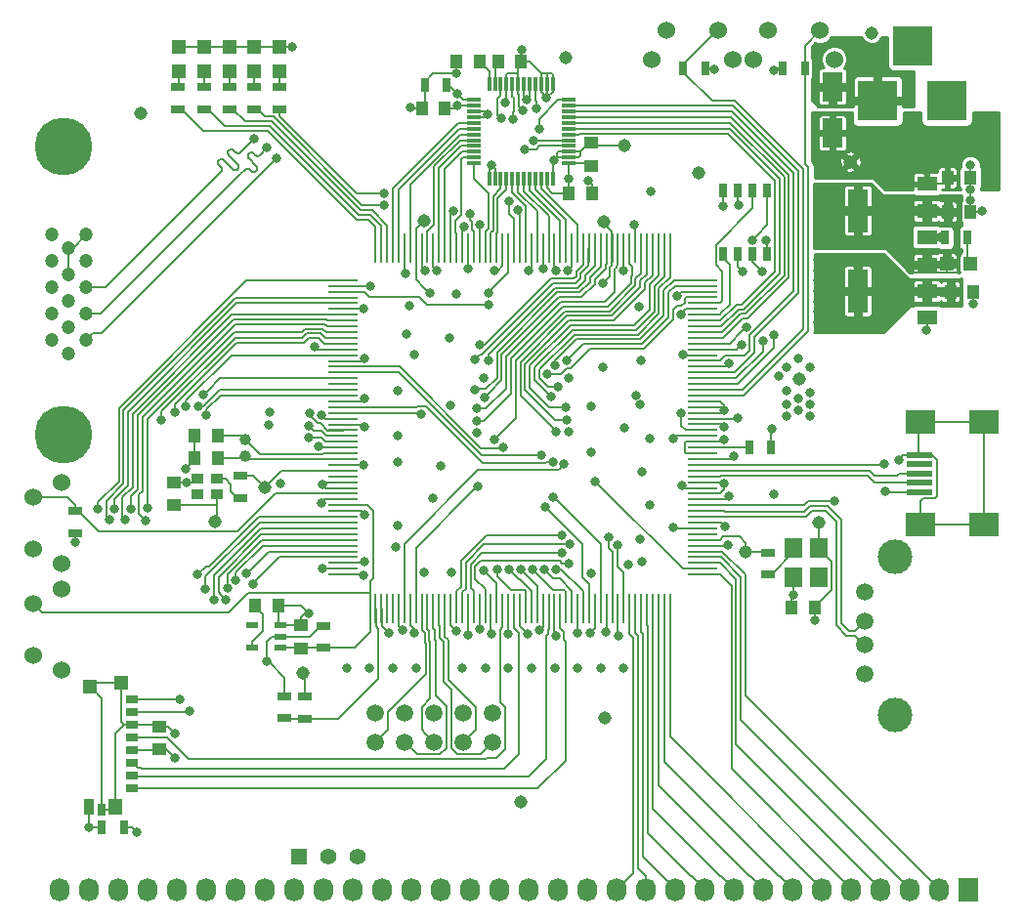
<source format=gbr>
G04 #@! TF.FileFunction,Copper,L1,Top,Signal*
%FSLAX46Y46*%
G04 Gerber Fmt 4.6, Leading zero omitted, Abs format (unit mm)*
G04 Created by KiCad (PCBNEW 0.201505061231+5645~23~ubuntu14.04.1-product) date sáb 09 may 2015 19:30:18 ART*
%MOMM*%
G01*
G04 APERTURE LIST*
%ADD10C,0.100000*%
%ADD11R,1.000000X0.700000*%
%ADD12R,1.200000X1.150000*%
%ADD13R,1.200000X1.400000*%
%ADD14R,0.700000X1.000000*%
%ADD15R,0.900000X1.400000*%
%ADD16C,5.001260*%
%ADD17C,1.198880*%
%ADD18R,0.700000X1.300000*%
%ADD19R,2.301240X0.500380*%
%ADD20R,2.499360X1.998980*%
%ADD21C,1.501140*%
%ADD22C,2.999740*%
%ADD23R,3.500120X3.500120*%
%ADD24R,1.198880X1.198880*%
%ADD25R,1.800860X2.499360*%
%ADD26C,1.506220*%
%ADD27C,1.524000*%
%ADD28R,0.254000X2.540000*%
%ADD29R,2.540000X0.254000*%
%ADD30R,1.100000X0.900000*%
%ADD31R,1.500000X1.700000*%
%ADD32R,1.000000X0.600000*%
%ADD33C,1.000760*%
%ADD34C,1.143000*%
%ADD35R,1.397000X1.397000*%
%ADD36C,1.397000*%
%ADD37R,1.727200X2.032000*%
%ADD38O,1.727200X2.032000*%
%ADD39R,1.800860X1.300480*%
%ADD40R,1.800860X3.799840*%
%ADD41R,1.250000X1.000000*%
%ADD42R,1.000000X1.250000*%
%ADD43R,1.300000X0.700000*%
%ADD44R,0.299720X1.300480*%
%ADD45R,1.300480X0.299720*%
%ADD46C,0.812800*%
%ADD47C,0.203200*%
%ADD48C,0.254000*%
%ADD49C,0.228600*%
G04 APERTURE END LIST*
D10*
D11*
X44272200Y-83396000D03*
X44272200Y-82296000D03*
X44272200Y-81196000D03*
X44272200Y-80096000D03*
X44272200Y-78996000D03*
X44272200Y-77896000D03*
X44272200Y-76796000D03*
X44272200Y-84496000D03*
D12*
X43322200Y-75396000D03*
X40622200Y-75696000D03*
D13*
X42772200Y-86146000D03*
D14*
X41622200Y-86346000D03*
D15*
X40482200Y-86146000D03*
D16*
X38277800Y-53848000D03*
D17*
X40276780Y-41087040D03*
X40276780Y-43373040D03*
X40276780Y-45664120D03*
X40276780Y-38793420D03*
X40276780Y-36504880D03*
X38778180Y-39938960D03*
X38778180Y-42227500D03*
X38778180Y-44518580D03*
X38778180Y-46809660D03*
D16*
X38277800Y-28859480D03*
D17*
X38778180Y-37647880D03*
X37277040Y-45664120D03*
X37277040Y-43373040D03*
X37279580Y-41084500D03*
X37277040Y-38793420D03*
X37277040Y-36504880D03*
D18*
X99300000Y-32725000D03*
X98030000Y-32725000D03*
X96760000Y-32725000D03*
X95490000Y-32725000D03*
X95490000Y-38225000D03*
X96760000Y-38225000D03*
X98030000Y-38225000D03*
X99300000Y-38225000D03*
D19*
X112477740Y-58813700D03*
X112477740Y-58013600D03*
X112477740Y-57213500D03*
X112477740Y-56413400D03*
X112477740Y-55613300D03*
D20*
X112576800Y-61663580D03*
X118075900Y-61663580D03*
X112576800Y-52763420D03*
X118075900Y-52763420D03*
D21*
X107700000Y-67500000D03*
X107700000Y-70040000D03*
X107700000Y-72072000D03*
X107700000Y-74612000D03*
D22*
X110367000Y-64452000D03*
X110367000Y-78168000D03*
D23*
X108861860Y-24892000D03*
X114861340Y-24892000D03*
X111861600Y-20193000D03*
D24*
X57049998Y-22374020D03*
X57049998Y-20275980D03*
X54866398Y-22374020D03*
X54866398Y-20275980D03*
X52683799Y-22374020D03*
X52683799Y-20275980D03*
X50519449Y-22374020D03*
X50519449Y-20275980D03*
D25*
X104950000Y-23701020D03*
X104950000Y-27698980D03*
D24*
X116924020Y-39000000D03*
X114825980Y-39000000D03*
D26*
X75501500Y-77978000D03*
X75501500Y-80518000D03*
X72961500Y-77978000D03*
X72961500Y-80518000D03*
X70421500Y-77978000D03*
X70421500Y-80518000D03*
X67881500Y-77978000D03*
X67881500Y-80518000D03*
X65341500Y-77978000D03*
X65341500Y-80518000D03*
D27*
X38176600Y-67234000D03*
X38176600Y-74244000D03*
X35686600Y-68489000D03*
X35686600Y-72989000D03*
X38176600Y-58039200D03*
X38176600Y-65049200D03*
X35686600Y-59294200D03*
X35686600Y-63794200D03*
X105105000Y-21311000D03*
X98095000Y-21311000D03*
X103850000Y-18821000D03*
X99350000Y-18821000D03*
X96278500Y-21311000D03*
X89268500Y-21311000D03*
X95023500Y-18821000D03*
X90523500Y-18821000D03*
D28*
X90863420Y-37719000D03*
X90363040Y-37719000D03*
X89862660Y-37719000D03*
X89362280Y-37719000D03*
X88861900Y-37719000D03*
X88361520Y-37719000D03*
X87861140Y-37719000D03*
X87360760Y-37719000D03*
X86860380Y-37719000D03*
X86360000Y-37719000D03*
X85859620Y-37719000D03*
X85359240Y-37719000D03*
X84858860Y-37719000D03*
X84358480Y-37719000D03*
X83858100Y-37719000D03*
X83357720Y-37719000D03*
X82857340Y-37719000D03*
X82356960Y-37719000D03*
X81856580Y-37719000D03*
X81356200Y-37719000D03*
X80855820Y-37719000D03*
X80355440Y-37719000D03*
X79855060Y-37719000D03*
X79354680Y-37719000D03*
X78854300Y-37719000D03*
X78353920Y-37719000D03*
X77853540Y-37719000D03*
X77353160Y-37719000D03*
X76852780Y-37719000D03*
X76352400Y-37719000D03*
X75852020Y-37719000D03*
X75351640Y-37719000D03*
X74851260Y-37719000D03*
X74350880Y-37719000D03*
X73850500Y-37719000D03*
X73350120Y-37719000D03*
X72849740Y-37719000D03*
X72349360Y-37719000D03*
X71848980Y-37719000D03*
X71348600Y-37719000D03*
X70848220Y-37719000D03*
X70347840Y-37719000D03*
X69847460Y-37719000D03*
X69347080Y-37719000D03*
X68846700Y-37719000D03*
X68346320Y-37719000D03*
X67845940Y-37719000D03*
X67345560Y-37719000D03*
X66845180Y-37719000D03*
X66344800Y-37719000D03*
X65844420Y-37719000D03*
X65344040Y-37719000D03*
D29*
X62534800Y-40454580D03*
X62534800Y-40954960D03*
X62534800Y-41455340D03*
X62534800Y-41955720D03*
X62534800Y-42456100D03*
X62534800Y-42956480D03*
X62534800Y-43456860D03*
X62534800Y-43957240D03*
X62534800Y-44457620D03*
X62534800Y-44958000D03*
X62534800Y-45458380D03*
X62534800Y-45958760D03*
X62534800Y-46459140D03*
X62534800Y-46959520D03*
X62534800Y-47459900D03*
X62534800Y-47960280D03*
X62534800Y-48460660D03*
X62534800Y-48961040D03*
X62534800Y-49461420D03*
X62534800Y-49961800D03*
X62534800Y-50462180D03*
X62534800Y-50962560D03*
X62534800Y-51462940D03*
X62534800Y-51963320D03*
X62534800Y-52463700D03*
X62534800Y-52964080D03*
X62534800Y-53464460D03*
X62534800Y-53964840D03*
X62534800Y-54465220D03*
X62534800Y-54965600D03*
X62534800Y-55465980D03*
X62534800Y-55966360D03*
X62534800Y-56466740D03*
X62534800Y-56967120D03*
X62534800Y-57467500D03*
X62534800Y-57967880D03*
X62534800Y-58468260D03*
X62534800Y-58968640D03*
X62534800Y-59469020D03*
X62534800Y-59969400D03*
X62534800Y-60469780D03*
X62534800Y-60970160D03*
X62534800Y-61470540D03*
X62534800Y-61970920D03*
X62534800Y-62471300D03*
X62534800Y-62971680D03*
X62534800Y-63472060D03*
X62534800Y-63972440D03*
X62534800Y-64472820D03*
X62534800Y-64973200D03*
X62534800Y-65473580D03*
X62534800Y-65973960D03*
D28*
X65346580Y-68910200D03*
X65846960Y-68910200D03*
X66347340Y-68910200D03*
X66847720Y-68910200D03*
X67348100Y-68910200D03*
X67848480Y-68910200D03*
X68348860Y-68910200D03*
X68849240Y-68910200D03*
X69349620Y-68910200D03*
X69850000Y-68910200D03*
X70350380Y-68910200D03*
X70850760Y-68910200D03*
X71351140Y-68910200D03*
X71851520Y-68910200D03*
X72351900Y-68910200D03*
X72852280Y-68910200D03*
X73352660Y-68910200D03*
X73853040Y-68910200D03*
X74353420Y-68910200D03*
X74853800Y-68910200D03*
X75354180Y-68910200D03*
X75854560Y-68910200D03*
X76354940Y-68910200D03*
X76855320Y-68910200D03*
X77355700Y-68910200D03*
X77856080Y-68910200D03*
X78356460Y-68910200D03*
X78856840Y-68910200D03*
X79357220Y-68910200D03*
X79857600Y-68910200D03*
X80357980Y-68910200D03*
X80858360Y-68910200D03*
X81358740Y-68910200D03*
X81859120Y-68910200D03*
X82359500Y-68910200D03*
X82859880Y-68910200D03*
X83360260Y-68910200D03*
X83860640Y-68910200D03*
X84361020Y-68910200D03*
X84861400Y-68910200D03*
X85361780Y-68910200D03*
X85862160Y-68910200D03*
X86362540Y-68910200D03*
X86862920Y-68910200D03*
X87363300Y-68910200D03*
X87863680Y-68910200D03*
X88364060Y-68910200D03*
X88864440Y-68910200D03*
X89364820Y-68910200D03*
X89865200Y-68910200D03*
X90365580Y-68910200D03*
X90865960Y-68910200D03*
D29*
X93726000Y-65971420D03*
X93726000Y-65471040D03*
X93726000Y-64970660D03*
X93726000Y-64470280D03*
X93726000Y-63969900D03*
X93726000Y-63469520D03*
X93726000Y-62969140D03*
X93726000Y-62468760D03*
X93726000Y-61968380D03*
X93726000Y-61468000D03*
X93726000Y-60967620D03*
X93726000Y-60467240D03*
X93726000Y-59966860D03*
X93726000Y-59466480D03*
X93726000Y-58966100D03*
X93726000Y-58465720D03*
X93726000Y-57965340D03*
X93726000Y-57464960D03*
X93726000Y-56964580D03*
X93726000Y-56464200D03*
X93726000Y-55963820D03*
X93726000Y-55463440D03*
X93726000Y-54963060D03*
X93726000Y-54462680D03*
X93726000Y-53962300D03*
X93726000Y-53461920D03*
X93726000Y-52961540D03*
X93726000Y-52461160D03*
X93726000Y-51960780D03*
X93726000Y-51460400D03*
X93726000Y-50960020D03*
X93726000Y-50459640D03*
X93726000Y-49959260D03*
X93726000Y-49458880D03*
X93726000Y-48958500D03*
X93726000Y-48458120D03*
X93726000Y-47957740D03*
X93726000Y-47457360D03*
X93726000Y-46956980D03*
X93726000Y-46456600D03*
X93726000Y-45956220D03*
X93726000Y-45455840D03*
X93726000Y-44955460D03*
X93726000Y-44455080D03*
X93726000Y-43954700D03*
X93726000Y-43454320D03*
X93726000Y-42953940D03*
X93726000Y-42453560D03*
X93726000Y-41953180D03*
X93726000Y-41452800D03*
X93726000Y-40952420D03*
X93726000Y-40452040D03*
D30*
X49925000Y-59000000D03*
X51625000Y-59000000D03*
X51625000Y-57700000D03*
X49925000Y-57700000D03*
D31*
X103779500Y-66230500D03*
X103779500Y-63690500D03*
X101579500Y-63690500D03*
X101579500Y-66230500D03*
D32*
X57069000Y-72332500D03*
X57069000Y-71342500D03*
X57069000Y-70352500D03*
X54669000Y-70352500D03*
X54669000Y-72332500D03*
D33*
X54050000Y-55749300D03*
X54050000Y-54250700D03*
D34*
X106500000Y-30200000D03*
X97450000Y-64050000D03*
X55725000Y-58425000D03*
X69525000Y-35275000D03*
X77900000Y-85650000D03*
X85175000Y-35425000D03*
X93350000Y-31150000D03*
X102100000Y-49000000D03*
X108330340Y-19050320D03*
X81875000Y-21200000D03*
X44975000Y-25975000D03*
X85250000Y-78400000D03*
X59100000Y-74525000D03*
X51450000Y-61375000D03*
X86925000Y-28800000D03*
X103750000Y-61450000D03*
D35*
X58720000Y-90400000D03*
D36*
X61260000Y-90400000D03*
X63800000Y-90400000D03*
D37*
X116713000Y-93345000D03*
D38*
X114173000Y-93345000D03*
X111633000Y-93345000D03*
X109093000Y-93345000D03*
X106553000Y-93345000D03*
X104013000Y-93345000D03*
X101473000Y-93345000D03*
X98933000Y-93345000D03*
X96393000Y-93345000D03*
X93853000Y-93345000D03*
X91313000Y-93345000D03*
X88773000Y-93345000D03*
X86233000Y-93345000D03*
X83693000Y-93345000D03*
X81153000Y-93345000D03*
X78613000Y-93345000D03*
X76073000Y-93345000D03*
X73533000Y-93345000D03*
X70993000Y-93345000D03*
X68453000Y-93345000D03*
X65913000Y-93345000D03*
X63373000Y-93345000D03*
X60833000Y-93345000D03*
X58293000Y-93345000D03*
X55753000Y-93345000D03*
X53213000Y-93345000D03*
X50673000Y-93345000D03*
X48133000Y-93345000D03*
X45593000Y-93345000D03*
X43053000Y-93345000D03*
X40513000Y-93345000D03*
X37973000Y-93345000D03*
D24*
X48275000Y-22374020D03*
X48275000Y-20275980D03*
D39*
X113124740Y-36726240D03*
X113124740Y-34425000D03*
X113124740Y-32123760D03*
D40*
X107125260Y-34425000D03*
D39*
X113124740Y-43726240D03*
X113124740Y-41425000D03*
X113124740Y-39123760D03*
D40*
X107125260Y-41425000D03*
D41*
X47900000Y-57975000D03*
X47900000Y-59975000D03*
D42*
X101400000Y-68850000D03*
X103400000Y-68850000D03*
X49698000Y-55907400D03*
X51698000Y-55907400D03*
X49700000Y-53900000D03*
X51700000Y-53900000D03*
D41*
X46634400Y-81137000D03*
X46634400Y-79137000D03*
D42*
X114900000Y-31575000D03*
X116900000Y-31575000D03*
X115161311Y-41450000D03*
X117161311Y-41450000D03*
X114925000Y-34525000D03*
X116925000Y-34525000D03*
X54919000Y-68642500D03*
X56919000Y-68642500D03*
D41*
X58919000Y-70392500D03*
X58919000Y-72392500D03*
D42*
X84100000Y-32900000D03*
X82100000Y-32900000D03*
D41*
X84000000Y-28575000D03*
X84000000Y-30575000D03*
D42*
X69350000Y-25550000D03*
X71350000Y-25550000D03*
X75975000Y-21500000D03*
X77975000Y-21500000D03*
X74375000Y-21500000D03*
X72375000Y-21500000D03*
D18*
X99625000Y-54975000D03*
X97725000Y-54975000D03*
D43*
X53675000Y-57425000D03*
X53675000Y-59325000D03*
X99374300Y-64054000D03*
X99374300Y-65954000D03*
D18*
X43545800Y-87858600D03*
X41645800Y-87858600D03*
D43*
X60869000Y-72342500D03*
X60869000Y-70442500D03*
D18*
X71500000Y-23546875D03*
X69600000Y-23546875D03*
D43*
X57480200Y-76545400D03*
X57480200Y-78445400D03*
X59207400Y-76570800D03*
X59207400Y-78470800D03*
X48250000Y-25625000D03*
X48250000Y-23725000D03*
X39300000Y-60475000D03*
X39300000Y-62375000D03*
D18*
X102550000Y-22098000D03*
X100650000Y-22098000D03*
X92014000Y-22098000D03*
X93914000Y-22098000D03*
D43*
X57049997Y-25625000D03*
X57049997Y-23725000D03*
X54843450Y-25625000D03*
X54843450Y-23725000D03*
X52672915Y-25625000D03*
X52672915Y-23725000D03*
X50527380Y-25625000D03*
X50527380Y-23725000D03*
D18*
X114725000Y-36775000D03*
X116625000Y-36775000D03*
D44*
X76700320Y-31674560D03*
X77200700Y-31674560D03*
X77701080Y-31674560D03*
X78198920Y-31674560D03*
X78699300Y-31674560D03*
X75199180Y-31674560D03*
X75699560Y-31674560D03*
X76199940Y-31674560D03*
D45*
X82049560Y-30325820D03*
X82049560Y-29825440D03*
X82049560Y-29325060D03*
X82049560Y-28824680D03*
X82049560Y-28324300D03*
X82049560Y-27823920D03*
X82049560Y-27326080D03*
X82049560Y-26825700D03*
D44*
X80700820Y-23475440D03*
X80200440Y-23475440D03*
X79700060Y-23475440D03*
X79199680Y-23475440D03*
X78699300Y-23475440D03*
X78198920Y-23475440D03*
X77701080Y-23475440D03*
X77200700Y-23475440D03*
D45*
X73850440Y-24824180D03*
X73850440Y-25324560D03*
X73850440Y-25824940D03*
X73850440Y-26325320D03*
X73850440Y-26825700D03*
X73850440Y-27326080D03*
X73850440Y-27823920D03*
X73850440Y-28324300D03*
D44*
X79199680Y-31674560D03*
X79700060Y-31674560D03*
X80200440Y-31674560D03*
X80700820Y-31674560D03*
D45*
X82049560Y-26325320D03*
X82049560Y-25824940D03*
X82049560Y-25324560D03*
X82049560Y-24824180D03*
D44*
X76700320Y-23475440D03*
X76199940Y-23475440D03*
X75699560Y-23475440D03*
X75199180Y-23475440D03*
D45*
X73850440Y-28824680D03*
X73850440Y-29325060D03*
X73850440Y-29825440D03*
X73850440Y-30325820D03*
D46*
X103400000Y-69950000D03*
X82026903Y-39597059D03*
X91846368Y-43425840D03*
X86938500Y-53281580D03*
X71906453Y-65781335D03*
X95500000Y-34000000D03*
X110683008Y-56084833D03*
X59573160Y-69354700D03*
X71740386Y-45440656D03*
X87944960Y-50449480D03*
X72387460Y-70873620D03*
X88275000Y-62900000D03*
X89150000Y-59910804D03*
X89125000Y-54219779D03*
X88241775Y-51200000D03*
X89215560Y-32750000D03*
X99725000Y-53334255D03*
X95583529Y-53172363D03*
X95550000Y-51700000D03*
X95583397Y-54252330D03*
X76625000Y-25075000D03*
X78070543Y-25751066D03*
X95568238Y-58123839D03*
X60657022Y-52137574D03*
X85275000Y-70990374D03*
X82850000Y-71049998D03*
X95950000Y-47700000D03*
X67655868Y-70790865D03*
X83750000Y-31825000D03*
X80798188Y-30074695D03*
X69677924Y-39597126D03*
X80175000Y-24650000D03*
X78025000Y-20475000D03*
X72350000Y-22500000D03*
X68400000Y-25525000D03*
X75050000Y-26075000D03*
X75425000Y-30450000D03*
X64925000Y-40975000D03*
X71025000Y-56550000D03*
X87225000Y-65125000D03*
X71875000Y-51300000D03*
X74353472Y-70662113D03*
X99825000Y-59025000D03*
X95602001Y-61775216D03*
X82079840Y-48952766D03*
X79875000Y-39500000D03*
X67137270Y-63613343D03*
X67275000Y-61691520D03*
X67275000Y-56185612D03*
X67279520Y-53972460D03*
X67275000Y-50009145D03*
X60779689Y-65469365D03*
X60661115Y-59757673D03*
X60746640Y-58201560D03*
X74409341Y-35651440D03*
X72092733Y-34449896D03*
X116925000Y-33548320D03*
X116925000Y-32572960D03*
X116900000Y-30500000D03*
X114218720Y-36726240D03*
X60100000Y-46200000D03*
X56180761Y-51871881D03*
X79565541Y-70784363D03*
X76847732Y-71117614D03*
X47957948Y-79742052D03*
X48929348Y-56834058D03*
X57100000Y-58100000D03*
X95900000Y-63400000D03*
X62870080Y-74100000D03*
X64830548Y-74100000D03*
X66865868Y-74100000D03*
X68901189Y-74100000D03*
X72859794Y-74100000D03*
X74856983Y-74100000D03*
X76861838Y-74100000D03*
X78866692Y-74100000D03*
X80870761Y-74100000D03*
X82875615Y-74100000D03*
X84909560Y-74100000D03*
X86835007Y-74100000D03*
X117900000Y-34500000D03*
X113100000Y-44800000D03*
X117100000Y-42500000D03*
X68300000Y-42650000D03*
X88184198Y-42743937D03*
X86863429Y-39650791D03*
X82098777Y-53633810D03*
X88370000Y-47389998D03*
X72350000Y-41649991D03*
X68700000Y-46940000D03*
X64325000Y-66075000D03*
X64372067Y-64823031D03*
X103650000Y-37000000D03*
X103650000Y-32750000D03*
X103650000Y-33600000D03*
X103650000Y-36150000D03*
X103650000Y-35300000D03*
X103650000Y-34450000D03*
X101579500Y-67743014D03*
X99200000Y-37000000D03*
X55935880Y-73527920D03*
X69560450Y-65801240D03*
X85009618Y-48046185D03*
X82075000Y-31650000D03*
X58125000Y-20225000D03*
X78488470Y-24825000D03*
X56100000Y-53000000D03*
X72450000Y-25350000D03*
X68025000Y-45100000D03*
X74725000Y-48925000D03*
X84000000Y-65875000D03*
X88400000Y-64825000D03*
X88400000Y-57075000D03*
X84060774Y-51355000D03*
X84060774Y-55342800D03*
X94686120Y-22189440D03*
X99898200Y-22280880D03*
X48000000Y-81900000D03*
X44688810Y-88300000D03*
X48969246Y-57975000D03*
X39300000Y-63200000D03*
X74138315Y-53657747D03*
X103700000Y-44100000D03*
X103700000Y-43200000D03*
X103700000Y-42300000D03*
X103700000Y-38700000D03*
X103700000Y-39600000D03*
X103700000Y-40500000D03*
X103700000Y-41400000D03*
X70314820Y-59326780D03*
X103000000Y-50249994D03*
X103000000Y-51250000D03*
X103000000Y-52250000D03*
X100250000Y-48750000D03*
X101000000Y-48000000D03*
X101000000Y-50000000D03*
X102000000Y-50750000D03*
X103000000Y-48000000D03*
X102000000Y-51750000D03*
X102000000Y-47250000D03*
X101000000Y-51250000D03*
X101000000Y-52250000D03*
X91878976Y-58288978D03*
X91150000Y-61860441D03*
X91125000Y-54198338D03*
X85063140Y-40740945D03*
X75375000Y-71125000D03*
X64409704Y-60767536D03*
X86434491Y-71253304D03*
X67925000Y-39900000D03*
X64291382Y-42962637D03*
X64392328Y-47249077D03*
X64391125Y-53170613D03*
X91959864Y-46937808D03*
X73344481Y-39475190D03*
X78591300Y-39588535D03*
X80966880Y-71297622D03*
X66511220Y-71025000D03*
X78511220Y-71100000D03*
X91499129Y-41798749D03*
X81010892Y-39597808D03*
X73385284Y-71181767D03*
X83975000Y-71025000D03*
X68684958Y-71027686D03*
X70693935Y-39597993D03*
X64392330Y-50751732D03*
X87730000Y-35650000D03*
X64311196Y-56500742D03*
X91846398Y-52007025D03*
X96750000Y-52400000D03*
X96400000Y-55752990D03*
X95978759Y-59192359D03*
X81175000Y-49700000D03*
X80525000Y-50525000D03*
X81870000Y-51440000D03*
X81920933Y-52543296D03*
X81020000Y-53590000D03*
X75665232Y-54256801D03*
X74151221Y-52641817D03*
X74104831Y-51607355D03*
X74802577Y-50626015D03*
X74001416Y-49972286D03*
X75130000Y-47450000D03*
X73961606Y-47305463D03*
X74367355Y-46048846D03*
X80240104Y-48600000D03*
X81938783Y-47388783D03*
X80944210Y-47808606D03*
X81495756Y-62585328D03*
X82178037Y-63338171D03*
X81500985Y-64095720D03*
X82109607Y-65012810D03*
X74700000Y-65600000D03*
X75891907Y-65524837D03*
X76914457Y-65574863D03*
X77930468Y-65575000D03*
X78945323Y-65526514D03*
X79961333Y-65525002D03*
X81000000Y-65500000D03*
X80030000Y-60100000D03*
X80742020Y-59240644D03*
X85537038Y-62727840D03*
X86344760Y-63446660D03*
X98000000Y-36965376D03*
X97467499Y-44512221D03*
X96800000Y-33925000D03*
X99850000Y-45175000D03*
X97080382Y-46025000D03*
X97200000Y-39750000D03*
X98909213Y-45703652D03*
X98861210Y-39725000D03*
X76440000Y-54918780D03*
X79740000Y-55630000D03*
X80692652Y-56197348D03*
X69275000Y-52105581D03*
X81690000Y-56430000D03*
X74200000Y-58300000D03*
X84400000Y-57900000D03*
X70050000Y-41600000D03*
X50711210Y-52171406D03*
X49200000Y-77800000D03*
X50000000Y-51400000D03*
X48426900Y-76780407D03*
X50409715Y-50409719D03*
X40550000Y-87850000D03*
X54708622Y-66826767D03*
X54164253Y-65915313D03*
X53245048Y-66428886D03*
X52502296Y-67122139D03*
X52347461Y-68126283D03*
X51333660Y-68193269D03*
X50622440Y-67200000D03*
X49911220Y-66000000D03*
X46822441Y-52600000D03*
X45563140Y-60200000D03*
X45400040Y-61288184D03*
X44140719Y-60260046D03*
X105130565Y-59619435D03*
X111400000Y-32100000D03*
X111400000Y-31000000D03*
X110400000Y-32100000D03*
X110400000Y-31000000D03*
X113100004Y-31000000D03*
X113099994Y-30000000D03*
X114900000Y-29999996D03*
X111400000Y-30000000D03*
X60402664Y-54861791D03*
X59545579Y-54123556D03*
X59568863Y-53107811D03*
X59654957Y-51969804D03*
X75119064Y-41542460D03*
X75639803Y-39592626D03*
X66126561Y-32921998D03*
X73553340Y-34675020D03*
X66102651Y-33947349D03*
X72986920Y-35785276D03*
X76891302Y-33621855D03*
X78313790Y-29123901D03*
X77647477Y-34391661D03*
X79025000Y-28325000D03*
X76235266Y-26449264D03*
X54800000Y-28230000D03*
X77250000Y-26500000D03*
X55930000Y-28990000D03*
X79275000Y-25575000D03*
X56750000Y-29900000D03*
X72450000Y-24333997D03*
X79550000Y-27350000D03*
X75150000Y-42600000D03*
X43688780Y-61201656D03*
X42718298Y-60279601D03*
X42266359Y-61221747D03*
X41295877Y-60286510D03*
X48000000Y-51900000D03*
X48876228Y-51353824D03*
X109475000Y-56425000D03*
X109500000Y-58725000D03*
D47*
X103400000Y-68850000D02*
X103400000Y-69950000D01*
X103400000Y-68850000D02*
X103400000Y-68725000D01*
X103400000Y-68725000D02*
X104834301Y-67290699D01*
X104834301Y-67290699D02*
X104834301Y-64845301D01*
X103779500Y-63790500D02*
X103779500Y-63690500D01*
X104834301Y-64845301D02*
X103779500Y-63790500D01*
X103779500Y-63690500D02*
X103779500Y-61479500D01*
X103779500Y-61479500D02*
X103750000Y-61450000D01*
X82356960Y-39267002D02*
X82026903Y-39597059D01*
X82356960Y-37719000D02*
X82356960Y-39267002D01*
X91846368Y-43360372D02*
X91846368Y-43425840D01*
X92252800Y-42953940D02*
X91846368Y-43360372D01*
X93726000Y-42953940D02*
X92252800Y-42953940D01*
X71950580Y-65808860D02*
X71933978Y-65808860D01*
X71933978Y-65808860D02*
X71906453Y-65781335D01*
X95500000Y-34000000D02*
X95500000Y-32735000D01*
X95500000Y-32735000D02*
X95490000Y-32725000D01*
X111084360Y-55613300D02*
X110683008Y-56014652D01*
X110683008Y-56014652D02*
X110683008Y-56084833D01*
X112438180Y-55613300D02*
X111084360Y-55613300D01*
X38778180Y-37647880D02*
X39133780Y-37647880D01*
X39133780Y-37647880D02*
X40276780Y-36504880D01*
X38778180Y-37647880D02*
X38778180Y-39938960D01*
X56919000Y-68642500D02*
X58860960Y-68642500D01*
X59166761Y-68948301D02*
X59573160Y-69354700D01*
X59253600Y-69354700D02*
X59573160Y-69354700D01*
X58919000Y-69689300D02*
X59253600Y-69354700D01*
X58860960Y-68642500D02*
X59166761Y-68948301D01*
X58919000Y-70392500D02*
X58919000Y-69689300D01*
X71851520Y-70383400D02*
X72341740Y-70873620D01*
X71851520Y-68910200D02*
X71851520Y-70383400D01*
X72341740Y-70873620D02*
X72387460Y-70873620D01*
X56919000Y-68642500D02*
X56919000Y-70202500D01*
X56919000Y-70202500D02*
X57069000Y-70352500D01*
X57069000Y-70352500D02*
X58879000Y-70352500D01*
X58879000Y-70352500D02*
X58919000Y-70392500D01*
X59207400Y-76570800D02*
X59207400Y-74632400D01*
X59207400Y-74632400D02*
X59100000Y-74525000D01*
X99625000Y-54975000D02*
X99625000Y-53434255D01*
X99625000Y-53434255D02*
X99725000Y-53334255D01*
X93726000Y-52961540D02*
X95372706Y-52961540D01*
X95372706Y-52961540D02*
X95583529Y-53172363D01*
X93726000Y-50960020D02*
X95210020Y-50960020D01*
X95210020Y-50960020D02*
X95550000Y-51300000D01*
X95550000Y-51300000D02*
X95550000Y-51700000D01*
X93726000Y-51460400D02*
X95310400Y-51460400D01*
X95310400Y-51460400D02*
X95550000Y-51700000D01*
X93726000Y-51960780D02*
X95289220Y-51960780D01*
X95289220Y-51960780D02*
X95550000Y-51700000D01*
X93726000Y-54462680D02*
X95373047Y-54462680D01*
X95373047Y-54462680D02*
X95583397Y-54252330D01*
X93726000Y-55463440D02*
X92252800Y-55463440D01*
X92252800Y-55463440D02*
X92151199Y-55361839D01*
X92151199Y-55361839D02*
X92151199Y-54564281D01*
X92151199Y-54564281D02*
X92252800Y-54462680D01*
X92252800Y-54462680D02*
X93726000Y-54462680D01*
X76700320Y-24999680D02*
X76625000Y-25075000D01*
X77701080Y-23475440D02*
X77701080Y-24328880D01*
X77701080Y-24328880D02*
X77742611Y-24370411D01*
X77742611Y-24370411D02*
X77742611Y-25423134D01*
X76700320Y-23475440D02*
X76700320Y-24999680D01*
X77742611Y-25423134D02*
X78070543Y-25751066D01*
X114676240Y-36726240D02*
X114725000Y-36775000D01*
X95409739Y-57965340D02*
X95568238Y-58123839D01*
X93726000Y-58966100D02*
X95199200Y-58966100D01*
X95199200Y-58966100D02*
X95568238Y-58597062D01*
X95568238Y-58597062D02*
X95568238Y-58123839D01*
X93726000Y-57965340D02*
X95409739Y-57965340D01*
X112537240Y-61663580D02*
X112537240Y-59637760D01*
X112537240Y-59637760D02*
X112806309Y-59368691D01*
X112806309Y-59368691D02*
X113832641Y-59368691D01*
X113990120Y-56015888D02*
X113587532Y-55613300D01*
X113832641Y-59368691D02*
X113990120Y-59211212D01*
X113587532Y-55613300D02*
X112438180Y-55613300D01*
X113990120Y-59211212D02*
X113990120Y-56015888D01*
X112438180Y-55613300D02*
X112438180Y-52862480D01*
X112438180Y-52862480D02*
X112537240Y-52763420D01*
X118036340Y-61663580D02*
X112537240Y-61663580D01*
X118036340Y-61663580D02*
X118036340Y-52763420D01*
X112537240Y-52763420D02*
X118036340Y-52763420D01*
X50113808Y-59975000D02*
X48728200Y-59975000D01*
X50550000Y-59975000D02*
X50113808Y-59975000D01*
X51625000Y-59000000D02*
X51625000Y-59943783D01*
X50113808Y-59975000D02*
X51593783Y-59975000D01*
X51625000Y-59943783D02*
X51625000Y-61200000D01*
X51593783Y-59975000D02*
X51625000Y-59943783D01*
X51625000Y-61200000D02*
X51450000Y-61375000D01*
X49698000Y-55907400D02*
X49698000Y-53902000D01*
X49698000Y-53902000D02*
X49700000Y-53900000D01*
X51625000Y-59000000D02*
X51525000Y-59000000D01*
X48728200Y-59975000D02*
X47900000Y-59975000D01*
X62534800Y-52463700D02*
X60983148Y-52463700D01*
X60983148Y-52463700D02*
X60657022Y-52137574D01*
X85361780Y-68910200D02*
X85361780Y-70903594D01*
X85361780Y-70903594D02*
X85275000Y-70990374D01*
X82859880Y-71040118D02*
X82850000Y-71049998D01*
X82859880Y-68910200D02*
X82859880Y-71040118D01*
X95692260Y-47957740D02*
X95950000Y-47700000D01*
X93726000Y-47957740D02*
X95692260Y-47957740D01*
X67348100Y-70483097D02*
X67655868Y-70790865D01*
X67348100Y-68910200D02*
X67348100Y-70483097D01*
X86925000Y-28800000D02*
X84225000Y-28800000D01*
X84225000Y-28800000D02*
X84000000Y-28575000D01*
X84100000Y-32900000D02*
X84100000Y-32175000D01*
X84100000Y-32175000D02*
X83750000Y-31825000D01*
X80700820Y-31674560D02*
X80700820Y-30172063D01*
X80700820Y-30172063D02*
X80798188Y-30074695D01*
X81047443Y-29825440D02*
X81047443Y-29473737D01*
X81047443Y-29473737D02*
X81196120Y-29325060D01*
X81196120Y-29325060D02*
X82049560Y-29325060D01*
X82049560Y-29825440D02*
X81047443Y-29825440D01*
X81047443Y-29825440D02*
X80798188Y-30074695D01*
X82049560Y-29825440D02*
X82903000Y-29825440D01*
X82903000Y-29825440D02*
X83124940Y-29603500D01*
X83124940Y-29603500D02*
X83124940Y-29325060D01*
X84000000Y-28575000D02*
X83875000Y-28575000D01*
X83875000Y-28575000D02*
X83124940Y-29325060D01*
X83124940Y-29325060D02*
X82903000Y-29325060D01*
X82903000Y-29325060D02*
X82049560Y-29325060D01*
X69347080Y-39266282D02*
X69677924Y-39597126D01*
X69347080Y-37719000D02*
X69347080Y-39266282D01*
X80200440Y-23475440D02*
X80200440Y-24624560D01*
X80200440Y-24624560D02*
X80175000Y-24650000D01*
X80700820Y-23475440D02*
X80700820Y-24124180D01*
X80700820Y-24124180D02*
X80175000Y-24650000D01*
X79700060Y-23475440D02*
X79700060Y-24175060D01*
X79700060Y-24175060D02*
X80175000Y-24650000D01*
X80578820Y-22500000D02*
X80195318Y-22500000D01*
X80195318Y-22500000D02*
X79721920Y-22500000D01*
X80200440Y-23475440D02*
X80200440Y-22622000D01*
X80200440Y-22622000D02*
X80195318Y-22616878D01*
X80195318Y-22616878D02*
X80195318Y-22500000D01*
X79721920Y-22500000D02*
X79700060Y-22521860D01*
X80700820Y-23475440D02*
X80700820Y-22622000D01*
X80700820Y-22622000D02*
X80578820Y-22500000D01*
X79700060Y-23475440D02*
X79700060Y-22521860D01*
X79700060Y-22521860D02*
X78678200Y-21500000D01*
X78678200Y-21500000D02*
X77975000Y-21500000D01*
X77975000Y-21500000D02*
X77975000Y-20525000D01*
X77975000Y-20525000D02*
X78025000Y-20475000D01*
X76700320Y-23475440D02*
X76700320Y-22627078D01*
X77599479Y-22520399D02*
X77701080Y-22622000D01*
X76700320Y-22627078D02*
X76806999Y-22520399D01*
X76806999Y-22520399D02*
X77599479Y-22520399D01*
X77701080Y-22622000D02*
X77701080Y-23475440D01*
X77701080Y-23475440D02*
X77701080Y-21773920D01*
X77701080Y-21773920D02*
X77975000Y-21500000D01*
X69600000Y-23546875D02*
X69600000Y-23246875D01*
X69600000Y-23246875D02*
X70346875Y-22500000D01*
X70346875Y-22500000D02*
X71775264Y-22500000D01*
X71775264Y-22500000D02*
X72350000Y-22500000D01*
X72375000Y-21500000D02*
X72375000Y-22475000D01*
X72375000Y-22475000D02*
X72350000Y-22500000D01*
X69600000Y-23546875D02*
X69600000Y-25300000D01*
X69600000Y-25300000D02*
X69350000Y-25550000D01*
X69350000Y-25550000D02*
X68425000Y-25550000D01*
X68425000Y-25550000D02*
X68400000Y-25525000D01*
X73850440Y-25824940D02*
X74799940Y-25824940D01*
X74799940Y-25824940D02*
X75050000Y-26075000D01*
X73850440Y-26325320D02*
X74799680Y-26325320D01*
X74799680Y-26325320D02*
X75050000Y-26075000D01*
X75699560Y-31674560D02*
X75699560Y-30724560D01*
X75699560Y-30724560D02*
X75425000Y-30450000D01*
X75199180Y-31674560D02*
X75199180Y-30675820D01*
X75199180Y-30675820D02*
X75425000Y-30450000D01*
X62534800Y-40954960D02*
X64904960Y-40954960D01*
X64904960Y-40954960D02*
X64925000Y-40975000D01*
X74353420Y-68910200D02*
X74353420Y-70662061D01*
X74353420Y-70662061D02*
X74353472Y-70662113D01*
X93726000Y-61468000D02*
X95294785Y-61468000D01*
X95294785Y-61468000D02*
X95602001Y-61775216D01*
X79855060Y-37719000D02*
X79855060Y-39480060D01*
X79855060Y-39480060D02*
X79875000Y-39500000D01*
X60783904Y-65473580D02*
X60779689Y-65469365D01*
X62534800Y-65473580D02*
X60783904Y-65473580D01*
X60949768Y-59469020D02*
X60661115Y-59757673D01*
X62534800Y-59469020D02*
X60949768Y-59469020D01*
X61013340Y-58468260D02*
X60746640Y-58201560D01*
X62534800Y-58468260D02*
X61013340Y-58468260D01*
X60980320Y-57967880D02*
X60746640Y-58201560D01*
X62534800Y-57967880D02*
X60980320Y-57967880D01*
X74350880Y-35709901D02*
X74409341Y-35651440D01*
X74350880Y-37719000D02*
X74350880Y-35709901D01*
X71848980Y-34693649D02*
X72092733Y-34449896D01*
X71848980Y-37719000D02*
X71848980Y-34693649D01*
X116925000Y-34525000D02*
X116925000Y-33548320D01*
X116900000Y-32547960D02*
X116925000Y-32572960D01*
X116900000Y-31575000D02*
X116900000Y-32547960D01*
X116925000Y-33548320D02*
X116925000Y-32572960D01*
X116900000Y-31575000D02*
X116900000Y-30500000D01*
X113124740Y-36726240D02*
X114218720Y-36726240D01*
X114218720Y-36726240D02*
X114676240Y-36726240D01*
X60359140Y-46459140D02*
X60100000Y-46200000D01*
X62534800Y-46459140D02*
X60359140Y-46459140D01*
X79857600Y-68910200D02*
X79857600Y-70492304D01*
X79857600Y-70492304D02*
X79565541Y-70784363D01*
X76855320Y-68910200D02*
X76855320Y-71110026D01*
X76855320Y-71110026D02*
X76847732Y-71117614D01*
X46493400Y-78996000D02*
X46634400Y-79137000D01*
X44272200Y-78996000D02*
X46493400Y-78996000D01*
X47352896Y-79137000D02*
X47957948Y-79742052D01*
X46634400Y-79137000D02*
X47352896Y-79137000D01*
X43322200Y-76174200D02*
X43322200Y-75396000D01*
X43322200Y-78749200D02*
X43322200Y-76174200D01*
X43569000Y-78996000D02*
X43322200Y-78749200D01*
X40922200Y-75396000D02*
X40622200Y-75696000D01*
X43322200Y-75396000D02*
X40922200Y-75396000D01*
X40647200Y-75696000D02*
X40622200Y-75696000D01*
X41622200Y-76671000D02*
X40647200Y-75696000D01*
X41622200Y-86346000D02*
X41622200Y-76671000D01*
X42572200Y-86346000D02*
X42772200Y-86146000D01*
X41622200Y-86346000D02*
X42572200Y-86346000D01*
X43569000Y-78996000D02*
X44272200Y-78996000D01*
X42772200Y-79792800D02*
X43569000Y-78996000D01*
X42772200Y-86146000D02*
X42772200Y-79792800D01*
X49698000Y-56065406D02*
X48929348Y-56834058D01*
X49698000Y-55907400D02*
X49698000Y-56065406D01*
X95830480Y-63469520D02*
X95900000Y-63400000D01*
X93726000Y-63469520D02*
X95830480Y-63469520D01*
X116925000Y-34525000D02*
X116925000Y-34650000D01*
X114725000Y-36775000D02*
X114825000Y-36775000D01*
X117875000Y-34525000D02*
X117900000Y-34500000D01*
X116925000Y-34525000D02*
X117875000Y-34525000D01*
X113124740Y-43726240D02*
X113124740Y-44775260D01*
X117161311Y-41450000D02*
X117161311Y-42438689D01*
X117161311Y-42438689D02*
X117100000Y-42500000D01*
X86860380Y-39647742D02*
X86863429Y-39650791D01*
X86860380Y-37719000D02*
X86860380Y-39647742D01*
X62534800Y-65973960D02*
X64223960Y-65973960D01*
X64223960Y-65973960D02*
X64325000Y-66075000D01*
X62534800Y-64973200D02*
X64221898Y-64973200D01*
X64221898Y-64973200D02*
X64372067Y-64823031D01*
X103650000Y-36150000D02*
X103650000Y-37000000D01*
X103650000Y-33600000D02*
X103650000Y-32750000D01*
X103650000Y-34450000D02*
X103650000Y-33600000D01*
X103650000Y-35300000D02*
X103650000Y-36150000D01*
X103650000Y-34450000D02*
X103650000Y-35300000D01*
X107125260Y-34425000D02*
X103675000Y-34425000D01*
X103675000Y-34425000D02*
X103650000Y-34450000D01*
X101579500Y-66230500D02*
X101579500Y-67743014D01*
X101400000Y-67922514D02*
X101579500Y-67743014D01*
X101400000Y-68850000D02*
X101400000Y-67922514D01*
X55935880Y-73527920D02*
X56077920Y-73527920D01*
X56077920Y-73527920D02*
X57480200Y-74930200D01*
X57480200Y-74930200D02*
X57480200Y-76545400D01*
X99300000Y-37100000D02*
X99200000Y-37000000D01*
X99300000Y-38225000D02*
X99300000Y-37100000D01*
X57069000Y-71342500D02*
X56365800Y-71342500D01*
X56365800Y-71342500D02*
X55935880Y-71772420D01*
X55935880Y-71772420D02*
X55935880Y-73527920D01*
X60869000Y-70442500D02*
X60569000Y-70442500D01*
X60569000Y-70442500D02*
X59669000Y-71342500D01*
X59669000Y-71342500D02*
X57772200Y-71342500D01*
X57772200Y-71342500D02*
X57069000Y-71342500D01*
X108195583Y-34425000D02*
X110046232Y-34425000D01*
X82049560Y-30325820D02*
X82049560Y-31624560D01*
X82049560Y-31624560D02*
X82075000Y-31650000D01*
X82100000Y-32900000D02*
X82100000Y-31675000D01*
X82100000Y-31675000D02*
X82075000Y-31650000D01*
X57049998Y-20275980D02*
X58074020Y-20275980D01*
X58074020Y-20275980D02*
X58125000Y-20225000D01*
X50519449Y-20275980D02*
X48275000Y-20275980D01*
X52683799Y-20275980D02*
X50519449Y-20275980D01*
X57049998Y-20275980D02*
X52683799Y-20275980D01*
X57049998Y-20275980D02*
X56247358Y-20275980D01*
X56247358Y-20275980D02*
X54866398Y-20275980D01*
X78198920Y-23475440D02*
X78198920Y-24535450D01*
X78198920Y-24535450D02*
X78488470Y-24825000D01*
X78699300Y-23475440D02*
X78699300Y-24614170D01*
X78699300Y-24614170D02*
X78488470Y-24825000D01*
X110046232Y-34425000D02*
X113124740Y-34425000D01*
X110046232Y-34425000D02*
X110046232Y-36295442D01*
X113124740Y-34425000D02*
X114825000Y-34425000D01*
X114825000Y-34425000D02*
X114925000Y-34525000D01*
X114825980Y-39000000D02*
X113248500Y-39000000D01*
X49650000Y-57975000D02*
X49925000Y-57700000D01*
X82049560Y-30325820D02*
X83750820Y-30325820D01*
X83750820Y-30325820D02*
X84000000Y-30575000D01*
X73850440Y-25324560D02*
X72475440Y-25324560D01*
X72475440Y-25324560D02*
X72450000Y-25350000D01*
X71350000Y-25550000D02*
X72250000Y-25550000D01*
X72250000Y-25550000D02*
X72450000Y-25350000D01*
X81396800Y-32900000D02*
X82100000Y-32900000D01*
X80656894Y-32900000D02*
X81396800Y-32900000D01*
X80200440Y-32443546D02*
X80656894Y-32900000D01*
X80200440Y-31674560D02*
X80200440Y-32443546D01*
X94594680Y-22098000D02*
X94686120Y-22189440D01*
X93914000Y-22098000D02*
X94594680Y-22098000D01*
X100081080Y-22098000D02*
X99898200Y-22280880D01*
X100650000Y-22098000D02*
X100081080Y-22098000D01*
X46575400Y-81196000D02*
X46634400Y-81137000D01*
X44272200Y-81196000D02*
X46575400Y-81196000D01*
X47237000Y-81137000D02*
X48000000Y-81900000D01*
X46634400Y-81137000D02*
X47237000Y-81137000D01*
X44247410Y-87858600D02*
X44688810Y-88300000D01*
X43545800Y-87858600D02*
X44247410Y-87858600D01*
X47900000Y-57975000D02*
X48969246Y-57975000D01*
X48969246Y-57975000D02*
X49650000Y-57975000D01*
X39300000Y-62375000D02*
X39300000Y-63200000D01*
X108850000Y-36850000D02*
X111800000Y-39800000D01*
X114825980Y-39723513D02*
X114749493Y-39800000D01*
X114825980Y-39000000D02*
X114825980Y-39723513D01*
X111800000Y-39800000D02*
X114442633Y-39800000D01*
X114442633Y-39800000D02*
X115800000Y-39800000D01*
X114442633Y-39800000D02*
X114749493Y-39800000D01*
X115800000Y-39800000D02*
X115900000Y-39700000D01*
X115900000Y-39700000D02*
X115900000Y-38200000D01*
X115900000Y-38200000D02*
X115600000Y-37900000D01*
X115600000Y-37900000D02*
X113200000Y-37900000D01*
X113124740Y-37975260D02*
X113124740Y-39123760D01*
X113200000Y-37900000D02*
X113124740Y-37975260D01*
X103700000Y-43200000D02*
X103700000Y-44100000D01*
X103700000Y-42300000D02*
X103700000Y-43200000D01*
X103700000Y-41400000D02*
X103700000Y-42300000D01*
X103700000Y-39600000D02*
X103700000Y-38700000D01*
X103700000Y-40500000D02*
X103700000Y-39600000D01*
X103700000Y-41400000D02*
X103700000Y-40500000D01*
X107125260Y-41425000D02*
X103725000Y-41425000D01*
X103725000Y-41425000D02*
X103700000Y-41400000D01*
X113124740Y-41425000D02*
X115136311Y-41425000D01*
X115136311Y-41425000D02*
X115161311Y-41450000D01*
X93726000Y-54963060D02*
X95241549Y-54963060D01*
X95241549Y-54963060D02*
X95253489Y-54975000D01*
X95253489Y-54975000D02*
X97171800Y-54975000D01*
X97171800Y-54975000D02*
X97725000Y-54975000D01*
X93726000Y-58465720D02*
X92055718Y-58465720D01*
X92055718Y-58465720D02*
X91878976Y-58288978D01*
X93726000Y-61968380D02*
X91257939Y-61968380D01*
X91257939Y-61968380D02*
X91150000Y-61860441D01*
X93726000Y-53962300D02*
X91361038Y-53962300D01*
X91361038Y-53962300D02*
X91125000Y-54198338D01*
X75354180Y-71104180D02*
X75375000Y-71125000D01*
X75354180Y-68910200D02*
X75354180Y-71104180D01*
X64111948Y-60469780D02*
X64409704Y-60767536D01*
X62534800Y-60469780D02*
X64111948Y-60469780D01*
X86362540Y-68910200D02*
X86362540Y-71181353D01*
X86362540Y-71181353D02*
X86434491Y-71253304D01*
X67845940Y-37719000D02*
X67845940Y-39820940D01*
X67845940Y-39820940D02*
X67925000Y-39900000D01*
X62534800Y-42956480D02*
X64285225Y-42956480D01*
X64285225Y-42956480D02*
X64291382Y-42962637D01*
X62534800Y-47459900D02*
X64181505Y-47459900D01*
X64181505Y-47459900D02*
X64392328Y-47249077D01*
X62534800Y-52964080D02*
X64184592Y-52964080D01*
X64184592Y-52964080D02*
X64391125Y-53170613D01*
X93726000Y-46956980D02*
X91979036Y-46956980D01*
X91979036Y-46956980D02*
X91959864Y-46937808D01*
X73350120Y-37719000D02*
X73350120Y-39469551D01*
X73350120Y-39469551D02*
X73344481Y-39475190D01*
X78854300Y-39325535D02*
X78591300Y-39588535D01*
X78854300Y-37719000D02*
X78854300Y-39325535D01*
X80858360Y-68910200D02*
X80858360Y-71189102D01*
X80858360Y-71189102D02*
X80966880Y-71297622D01*
X65846960Y-68910200D02*
X65915539Y-68978779D01*
X66104821Y-70618601D02*
X66511220Y-71025000D01*
X65915539Y-68978779D02*
X65915539Y-70424041D01*
X65915539Y-70424041D02*
X66104821Y-70613323D01*
X66104821Y-70613323D02*
X66104821Y-70618601D01*
X78104821Y-70693601D02*
X78511220Y-71100000D01*
X77856080Y-68910200D02*
X77856080Y-70444860D01*
X77856080Y-70444860D02*
X78104821Y-70693601D01*
X85175000Y-35589118D02*
X85175000Y-35425000D01*
X85791041Y-37650421D02*
X85791041Y-36205159D01*
X85791041Y-36205159D02*
X85175000Y-35589118D01*
X85859620Y-37719000D02*
X85791041Y-37650421D01*
X93726000Y-41452800D02*
X91845078Y-41452800D01*
X91845078Y-41452800D02*
X91499129Y-41798749D01*
X85672389Y-39293801D02*
X85672389Y-40131696D01*
X85791041Y-39175149D02*
X85672389Y-39293801D01*
X85672389Y-40131696D02*
X85469539Y-40334546D01*
X85791041Y-37787579D02*
X85791041Y-39175149D01*
X85469539Y-40334546D02*
X85063140Y-40740945D01*
X85859620Y-37719000D02*
X85791041Y-37787579D01*
X80855820Y-37719000D02*
X80855820Y-39442736D01*
X80855820Y-39442736D02*
X81010892Y-39597808D01*
X73352660Y-68910200D02*
X73352660Y-71149143D01*
X73352660Y-71149143D02*
X73385284Y-71181767D01*
X84361020Y-68910200D02*
X84361020Y-70638980D01*
X84361020Y-70638980D02*
X83975000Y-71025000D01*
X68684958Y-70719498D02*
X68684958Y-71027686D01*
X68348860Y-70383400D02*
X68684958Y-70719498D01*
X68348860Y-68910200D02*
X68348860Y-70383400D01*
X70347840Y-39251898D02*
X70693935Y-39597993D01*
X70347840Y-37719000D02*
X70347840Y-39251898D01*
X62534800Y-50962560D02*
X64181502Y-50962560D01*
X64181502Y-50962560D02*
X64392330Y-50751732D01*
X87861140Y-37719000D02*
X87861140Y-35781140D01*
X87861140Y-35781140D02*
X87730000Y-35650000D01*
X62534800Y-56466740D02*
X64277194Y-56466740D01*
X64277194Y-56466740D02*
X64311196Y-56500742D01*
X93726000Y-53461920D02*
X92252800Y-53461920D01*
X92252800Y-53461920D02*
X91846398Y-53055518D01*
X91846398Y-53055518D02*
X91846398Y-52007025D01*
X93726000Y-52461160D02*
X96688840Y-52461160D01*
X96688840Y-52461160D02*
X96750000Y-52400000D01*
X93726000Y-55963820D02*
X96189170Y-55963820D01*
X96189170Y-55963820D02*
X96400000Y-55752990D01*
X95704638Y-59466480D02*
X95978759Y-59192359D01*
X93726000Y-59466480D02*
X95704638Y-59466480D01*
X51698000Y-55907400D02*
X53891900Y-55907400D01*
X53891900Y-55907400D02*
X54050000Y-55749300D01*
X59892946Y-55979401D02*
X59879905Y-55966360D01*
X62534800Y-55966360D02*
X60925423Y-55966360D01*
X60925423Y-55966360D02*
X60912381Y-55979402D01*
X60912381Y-55979402D02*
X59892946Y-55979401D01*
X59879905Y-55966360D02*
X54267060Y-55966360D01*
X54267060Y-55966360D02*
X54050000Y-55749300D01*
X51700000Y-53900000D02*
X53699300Y-53900000D01*
X53699300Y-53900000D02*
X54050000Y-54250700D01*
X60744041Y-55572992D02*
X60061287Y-55572992D01*
X55359250Y-55559950D02*
X54550379Y-54751079D01*
X60048245Y-55559950D02*
X55359250Y-55559950D01*
X62534800Y-55465980D02*
X60851053Y-55465980D01*
X54550379Y-54751079D02*
X54050000Y-54250700D01*
X60061287Y-55572992D02*
X60048245Y-55559950D01*
X60851053Y-55465980D02*
X60744041Y-55572992D01*
X51625000Y-57700000D02*
X52378200Y-57700000D01*
X52378200Y-57700000D02*
X52821800Y-58143600D01*
X52821800Y-58143600D02*
X52821800Y-58771800D01*
X52821800Y-58771800D02*
X53375000Y-59325000D01*
X53375000Y-59325000D02*
X53675000Y-59325000D01*
X97450000Y-64050000D02*
X99370300Y-64050000D01*
X99370300Y-64050000D02*
X99374300Y-64054000D01*
X93726000Y-62969140D02*
X95199200Y-62969140D01*
X95199200Y-62969140D02*
X95479541Y-62688799D01*
X95479541Y-62688799D02*
X96897022Y-62688799D01*
X97450000Y-63241777D02*
X97450000Y-64050000D01*
X96897022Y-62688799D02*
X97450000Y-63241777D01*
X99374300Y-65954000D02*
X99674300Y-65954000D01*
X99674300Y-65954000D02*
X101579500Y-64048800D01*
X101579500Y-64048800D02*
X101579500Y-63690500D01*
X88062794Y-45186706D02*
X82560294Y-45186706D01*
X90863420Y-37719000D02*
X90863420Y-40232390D01*
X90863420Y-40232390D02*
X89912820Y-41182990D01*
X89912819Y-43336681D02*
X88062794Y-45186706D01*
X79528889Y-48953625D02*
X80275264Y-49700000D01*
X80275264Y-49700000D02*
X80600264Y-49700000D01*
X80600264Y-49700000D02*
X81175000Y-49700000D01*
X82560294Y-45186706D02*
X79528889Y-48218111D01*
X89912820Y-41182990D02*
X89912819Y-43336681D01*
X79528889Y-48218111D02*
X79528889Y-48953625D01*
X82391954Y-44780296D02*
X79122479Y-48049771D01*
X79122479Y-48049771D02*
X79122479Y-49122479D01*
X90363040Y-40158020D02*
X89506411Y-41014649D01*
X90363040Y-37719000D02*
X90363040Y-40158020D01*
X89506411Y-41014649D02*
X89506410Y-43168340D01*
X89506410Y-43168340D02*
X87894454Y-44780296D01*
X87894454Y-44780296D02*
X82391954Y-44780296D01*
X79122479Y-49122479D02*
X80118601Y-50118601D01*
X80118601Y-50118601D02*
X80525000Y-50525000D01*
X81295264Y-51440000D02*
X81870000Y-51440000D01*
X89862660Y-37719000D02*
X89862660Y-40083640D01*
X89862660Y-40083640D02*
X89100001Y-40846299D01*
X89100001Y-42999999D02*
X87726114Y-44373886D01*
X82223614Y-44373886D02*
X78716069Y-47881431D01*
X78716069Y-49765805D02*
X80390264Y-51440000D01*
X87726114Y-44373886D02*
X82223614Y-44373886D01*
X80390264Y-51440000D02*
X81295264Y-51440000D01*
X89100001Y-40846299D02*
X89100001Y-42999999D01*
X78716069Y-47881431D02*
X78716069Y-49765805D01*
X88693593Y-40677968D02*
X88693591Y-41228727D01*
X78309659Y-49984395D02*
X80868560Y-52543296D01*
X89362280Y-40009280D02*
X88693593Y-40677968D01*
X89362280Y-37719000D02*
X89362280Y-40009280D01*
X88693591Y-41228727D02*
X85954843Y-43967475D01*
X82055275Y-43967475D02*
X78309659Y-47713091D01*
X80868560Y-52543296D02*
X81346197Y-52543296D01*
X78309659Y-47713091D02*
X78309659Y-49984395D01*
X85954843Y-43967475D02*
X82055275Y-43967475D01*
X81346197Y-52543296D02*
X81920933Y-52543296D01*
X81886935Y-43561065D02*
X77903249Y-47544751D01*
X85786503Y-43561065D02*
X81886935Y-43561065D01*
X88861900Y-39934911D02*
X88287184Y-40509628D01*
X88287184Y-40509628D02*
X88287182Y-41060386D01*
X88287182Y-41060386D02*
X85786503Y-43561065D01*
X77903249Y-50473248D02*
X80613601Y-53183601D01*
X80613601Y-53183601D02*
X81020000Y-53590000D01*
X77903249Y-47544751D02*
X77903249Y-50473248D01*
X88861900Y-37719000D02*
X88861900Y-39934911D01*
X76071631Y-53850402D02*
X75665232Y-54256801D01*
X87880775Y-40341287D02*
X87880773Y-40892045D01*
X88361520Y-37719000D02*
X88361520Y-39860542D01*
X85618164Y-43154654D02*
X81718596Y-43154654D01*
X77496839Y-47376411D02*
X77496839Y-52425194D01*
X88361520Y-39860542D02*
X87880775Y-40341287D01*
X87880773Y-40892045D02*
X85618164Y-43154654D01*
X77496839Y-52425194D02*
X76071631Y-53850402D01*
X81718596Y-43154654D02*
X77496839Y-47376411D01*
X87470983Y-40727085D02*
X85449824Y-42748244D01*
X87360760Y-37719000D02*
X87360760Y-39054146D01*
X87360760Y-39054146D02*
X87595353Y-39288739D01*
X87595353Y-40051561D02*
X87470983Y-40175931D01*
X81550256Y-42748244D02*
X77090430Y-47208070D01*
X77090430Y-50277344D02*
X74725957Y-52641817D01*
X74725957Y-52641817D02*
X74151221Y-52641817D01*
X85449824Y-42748244D02*
X81550256Y-42748244D01*
X77090430Y-47208070D02*
X77090430Y-50277344D01*
X87595353Y-39288739D02*
X87595353Y-40051561D01*
X87470983Y-40175931D02*
X87470983Y-40727085D01*
X86103479Y-39437461D02*
X86103479Y-41474119D01*
X76684021Y-47039729D02*
X76684021Y-49838557D01*
X76684021Y-49838557D02*
X74915223Y-51607355D01*
X85235764Y-42341834D02*
X81381916Y-42341834D01*
X74915223Y-51607355D02*
X74679567Y-51607355D01*
X86360000Y-39083667D02*
X86197451Y-39246216D01*
X86197451Y-39246216D02*
X86197451Y-39343489D01*
X86197451Y-39343489D02*
X86103479Y-39437461D01*
X86103479Y-41474119D02*
X85235764Y-42341834D01*
X86360000Y-37719000D02*
X86360000Y-39083667D01*
X81381916Y-42341834D02*
X76684021Y-47039729D01*
X74679567Y-51607355D02*
X74104831Y-51607355D01*
X85359240Y-39032200D02*
X85265979Y-39125461D01*
X75208976Y-50219616D02*
X74802577Y-50626015D01*
X85265979Y-39125461D02*
X85265979Y-39485529D01*
X84351939Y-40399568D02*
X84351938Y-40772062D01*
X84351938Y-40772062D02*
X83188576Y-41935424D01*
X83188576Y-41935424D02*
X81213576Y-41935424D01*
X81213576Y-41935424D02*
X76277611Y-46871389D01*
X76277611Y-49150981D02*
X75208976Y-50219616D01*
X76277611Y-46871389D02*
X76277611Y-49150981D01*
X85265979Y-39485529D02*
X84351939Y-40399568D01*
X85359240Y-37719000D02*
X85359240Y-39032200D01*
X83945529Y-40603721D02*
X83020236Y-41529014D01*
X83020236Y-41529014D02*
X81045236Y-41529014D01*
X84858860Y-39317897D02*
X83945529Y-40231228D01*
X81045236Y-41529014D02*
X75871201Y-46703049D01*
X74925000Y-49900000D02*
X74073702Y-49900000D01*
X84858860Y-37719000D02*
X84858860Y-39317897D01*
X83945529Y-40231228D02*
X83945529Y-40603721D01*
X75871201Y-46703049D02*
X75871201Y-48953799D01*
X75871201Y-48953799D02*
X74925000Y-49900000D01*
X74073702Y-49900000D02*
X74001416Y-49972286D01*
X84358480Y-39243527D02*
X83539119Y-40062888D01*
X84358480Y-37719000D02*
X84358480Y-39243527D01*
X80876896Y-41122604D02*
X75130000Y-46869500D01*
X75130000Y-46869500D02*
X75130000Y-46875264D01*
X82851896Y-41122604D02*
X80876896Y-41122604D01*
X83539117Y-40435383D02*
X82851896Y-41122604D01*
X75130000Y-46875264D02*
X75130000Y-47450000D01*
X83539119Y-40062888D02*
X83539117Y-40435383D01*
X83789521Y-37787579D02*
X83789521Y-39237736D01*
X74368005Y-46899064D02*
X73961606Y-47305463D01*
X83132708Y-40267042D02*
X82683556Y-40716194D01*
X83858100Y-37719000D02*
X83789521Y-37787579D01*
X83132709Y-39894548D02*
X83132708Y-40267042D01*
X74525686Y-46899064D02*
X74368005Y-46899064D01*
X80708556Y-40716194D02*
X74525686Y-46899064D01*
X83789521Y-39237736D02*
X83132709Y-39894548D01*
X82683556Y-40716194D02*
X80708556Y-40716194D01*
X74801154Y-46048846D02*
X74367355Y-46048846D01*
X80540216Y-40309784D02*
X74801154Y-46048846D01*
X83335900Y-37740820D02*
X83335900Y-39116607D01*
X82726299Y-39726208D02*
X82726299Y-40098701D01*
X82726299Y-40098701D02*
X82515216Y-40309784D01*
X83357720Y-37719000D02*
X83335900Y-37740820D01*
X82515216Y-40309784D02*
X80540216Y-40309784D01*
X83335900Y-39116607D02*
X82726299Y-39726208D01*
X39300000Y-60475000D02*
X39600000Y-60475000D01*
X41376301Y-62251301D02*
X53373949Y-62251301D01*
X39600000Y-60475000D02*
X41376301Y-62251301D01*
X53373949Y-62251301D02*
X56656610Y-58968640D01*
X56656610Y-58968640D02*
X61061600Y-58968640D01*
X61061600Y-58968640D02*
X62534800Y-58968640D01*
X39300000Y-59921800D02*
X39300000Y-60475000D01*
X38672400Y-59294200D02*
X39300000Y-59921800D01*
X35686600Y-59294200D02*
X38672400Y-59294200D01*
X60869000Y-72342500D02*
X63532500Y-72342500D01*
X63532500Y-72342500D02*
X64914779Y-70960221D01*
X64914779Y-66537799D02*
X65120905Y-66331673D01*
X65120905Y-66331673D02*
X65120905Y-60426159D01*
X65120905Y-60426159D02*
X64664146Y-59969400D01*
X64664146Y-59969400D02*
X62534800Y-59969400D01*
X57069000Y-72332500D02*
X60859000Y-72332500D01*
X60859000Y-72332500D02*
X60869000Y-72342500D01*
X57069000Y-72332500D02*
X58859000Y-72332500D01*
X58859000Y-72332500D02*
X58919000Y-72392500D01*
X64914779Y-67597193D02*
X64914779Y-66537799D01*
X64914779Y-70960221D02*
X64914779Y-67597193D01*
X36448599Y-69250999D02*
X52636859Y-69250999D01*
X35686600Y-68489000D02*
X36448599Y-69250999D01*
X52636859Y-69250999D02*
X54290665Y-67597193D01*
X54290665Y-67597193D02*
X64914779Y-67597193D01*
X66094609Y-79764891D02*
X65341500Y-80518000D01*
X66399411Y-77894380D02*
X66399411Y-79460089D01*
X69688538Y-71968236D02*
X69688538Y-74605253D01*
X69613742Y-71893440D02*
X69688538Y-71968236D01*
X69349620Y-68910200D02*
X69349620Y-70774620D01*
X69613741Y-71038741D02*
X69613742Y-71893440D01*
X66399411Y-79460089D02*
X66094609Y-79764891D01*
X69349620Y-70774620D02*
X69613741Y-71038741D01*
X69688538Y-74605253D02*
X66399411Y-77894380D01*
X70020151Y-70870151D02*
X70020151Y-71725099D01*
X69668391Y-79764891D02*
X70421500Y-80518000D01*
X70094948Y-71799896D02*
X70094948Y-76738843D01*
X69363589Y-79460089D02*
X69668391Y-79764891D01*
X69850000Y-70700000D02*
X70020151Y-70870151D01*
X70020151Y-71725099D02*
X70094948Y-71799896D01*
X69363589Y-77470202D02*
X69363589Y-79460089D01*
X70094948Y-76738843D02*
X69363589Y-77470202D01*
X69850000Y-68910200D02*
X69850000Y-70700000D01*
X70929298Y-81575911D02*
X71479411Y-81025798D01*
X71479411Y-81025798D02*
X71479411Y-77379411D01*
X70350380Y-70383400D02*
X70350380Y-68910200D01*
X70350380Y-70625380D02*
X70350380Y-70383400D01*
X68939411Y-81575911D02*
X70929298Y-81575911D01*
X70502761Y-70777761D02*
X70350380Y-70625380D01*
X70575000Y-71730598D02*
X70502761Y-71658359D01*
X67881500Y-80518000D02*
X68939411Y-81575911D01*
X71479411Y-77379411D02*
X70575000Y-76475000D01*
X70575000Y-76475000D02*
X70575000Y-71730598D01*
X70502761Y-71658359D02*
X70502761Y-70777761D01*
X75501500Y-80518000D02*
X74443589Y-81575911D01*
X74443589Y-81575911D02*
X72453702Y-81575911D01*
X72453702Y-81575911D02*
X71903589Y-81025798D01*
X71903589Y-81025798D02*
X71903589Y-75929130D01*
X71903589Y-75929130D02*
X71243591Y-75269132D01*
X71243591Y-75269132D02*
X71243590Y-71824438D01*
X70909169Y-71490017D02*
X70909169Y-70441809D01*
X71243590Y-71824438D02*
X70909169Y-71490017D01*
X70909169Y-70441809D02*
X70850760Y-70383400D01*
X70850760Y-70383400D02*
X70850760Y-68910200D01*
X71351140Y-68910200D02*
X71351140Y-71357238D01*
X71351140Y-71357238D02*
X71650000Y-71656098D01*
X71650000Y-71656098D02*
X71650000Y-75100791D01*
X74019411Y-77470202D02*
X74019411Y-79460089D01*
X73714609Y-79764891D02*
X72961500Y-80518000D01*
X74019411Y-79460089D02*
X73714609Y-79764891D01*
X71650000Y-75100791D02*
X74019411Y-77470202D01*
X92280738Y-41953180D02*
X92151199Y-42082719D01*
X82280160Y-48099984D02*
X81920160Y-48099984D01*
X88567815Y-46405935D02*
X83974209Y-46405935D01*
X92151199Y-42082719D02*
X92151199Y-42383983D01*
X92151199Y-42383983D02*
X91820196Y-42714986D01*
X91458792Y-42714986D02*
X91132047Y-43041731D01*
X91820196Y-42714986D02*
X91458792Y-42714986D01*
X81920160Y-48099984D02*
X81420144Y-48600000D01*
X91132047Y-43041731D02*
X91132046Y-43841704D01*
X81420144Y-48600000D02*
X80814840Y-48600000D01*
X93726000Y-41953180D02*
X92280738Y-41953180D01*
X91132046Y-43841704D02*
X88567815Y-46405935D01*
X80814840Y-48600000D02*
X80240104Y-48600000D01*
X83974209Y-46405935D02*
X82280160Y-48099984D01*
X88399476Y-45999524D02*
X83328042Y-45999524D01*
X90725638Y-41519662D02*
X90725637Y-43673363D01*
X83328042Y-45999524D02*
X82345182Y-46982384D01*
X82345182Y-46982384D02*
X81938783Y-47388783D01*
X93726000Y-40952420D02*
X91292880Y-40952420D01*
X91292880Y-40952420D02*
X90725638Y-41519662D01*
X90725637Y-43673363D02*
X88399476Y-45999524D01*
X90319228Y-43505022D02*
X88231134Y-45593116D01*
X82728634Y-45593116D02*
X80944210Y-47377540D01*
X91218520Y-40452040D02*
X90319229Y-41351331D01*
X88231134Y-45593116D02*
X82728634Y-45593116D01*
X93726000Y-40452040D02*
X91218520Y-40452040D01*
X80944210Y-47377540D02*
X80944210Y-47808606D01*
X90319229Y-41351331D02*
X90319228Y-43505022D01*
X72769571Y-67019329D02*
X72769572Y-64753600D01*
X72351900Y-68910200D02*
X72351900Y-67437000D01*
X72351900Y-67437000D02*
X72769571Y-67019329D01*
X72769572Y-64753600D02*
X74937844Y-62585328D01*
X74937844Y-62585328D02*
X80921020Y-62585328D01*
X80921020Y-62585328D02*
X81495756Y-62585328D01*
X81603301Y-63338171D02*
X82178037Y-63338171D01*
X73175981Y-64921941D02*
X74759751Y-63338171D01*
X72852280Y-67511368D02*
X73175980Y-67187668D01*
X72852280Y-68910200D02*
X72852280Y-67511368D01*
X74759751Y-63338171D02*
X81603301Y-63338171D01*
X73175980Y-67187668D02*
X73175981Y-64921941D01*
X73853040Y-67437000D02*
X73582390Y-67166350D01*
X80926249Y-64095720D02*
X81500985Y-64095720D01*
X74576952Y-64095720D02*
X80926249Y-64095720D01*
X73853040Y-68910200D02*
X73853040Y-67437000D01*
X73582390Y-67166350D02*
X73582390Y-65090282D01*
X73582390Y-65090282D02*
X74576952Y-64095720D01*
X74853800Y-68910200D02*
X74853800Y-67253800D01*
X73988799Y-66388799D02*
X73988799Y-65258623D01*
X74853800Y-67253800D02*
X73988799Y-66388799D01*
X74458623Y-64788799D02*
X81310860Y-64788799D01*
X73988799Y-65258623D02*
X74458623Y-64788799D01*
X81310860Y-64788799D02*
X81534871Y-65012810D01*
X81534871Y-65012810D02*
X82109607Y-65012810D01*
X75106399Y-66006399D02*
X74700000Y-65600000D01*
X75854560Y-68910200D02*
X75854560Y-66754560D01*
X75854560Y-66754560D02*
X75106399Y-66006399D01*
X77127733Y-67335399D02*
X75891907Y-66099573D01*
X78254859Y-67335399D02*
X77127733Y-67335399D01*
X75891907Y-66099573D02*
X75891907Y-65524837D01*
X78356460Y-67437000D02*
X78254859Y-67335399D01*
X78356460Y-68910200D02*
X78356460Y-67437000D01*
X78856840Y-67362630D02*
X77885211Y-66391001D01*
X77730595Y-66391001D02*
X77320856Y-65981262D01*
X78856840Y-68910200D02*
X78856840Y-67362630D01*
X77885211Y-66391001D02*
X77730595Y-66391001D01*
X77320856Y-65981262D02*
X76914457Y-65574863D01*
X78336867Y-65981399D02*
X77930468Y-65575000D01*
X79357220Y-68910200D02*
X79357220Y-67001752D01*
X79357220Y-67001752D02*
X78336867Y-65981399D01*
X81859120Y-67464938D02*
X81729581Y-67335399D01*
X79351722Y-65932913D02*
X78945323Y-65526514D01*
X80754208Y-67335399D02*
X79351722Y-65932913D01*
X81729581Y-67335399D02*
X80754208Y-67335399D01*
X81859120Y-68910200D02*
X81859120Y-67464938D01*
X82359500Y-68910200D02*
X82359500Y-67390568D01*
X81305133Y-66336201D02*
X80772532Y-66336201D01*
X82359500Y-67390568D02*
X81305133Y-66336201D01*
X80367732Y-65931401D02*
X79961333Y-65525002D01*
X80772532Y-66336201D02*
X80367732Y-65931401D01*
X83360260Y-67437000D02*
X81423260Y-65500000D01*
X83360260Y-68910200D02*
X83360260Y-67437000D01*
X81423260Y-65500000D02*
X81000000Y-65500000D01*
X83860640Y-66788218D02*
X83288799Y-66216377D01*
X83860640Y-68910200D02*
X83860640Y-66788218D01*
X83288799Y-66216377D02*
X83288799Y-63358799D01*
X83288799Y-63358799D02*
X80436399Y-60506399D01*
X80436399Y-60506399D02*
X80030000Y-60100000D01*
X84861400Y-63360024D02*
X81148419Y-59647043D01*
X84861400Y-68910200D02*
X84861400Y-63360024D01*
X81148419Y-59647043D02*
X80742020Y-59240644D01*
X85537038Y-63302576D02*
X85537038Y-62727840D01*
X85537038Y-63655956D02*
X85537038Y-63302576D01*
X85862160Y-63981078D02*
X85537038Y-63655956D01*
X85862160Y-68910200D02*
X85862160Y-63981078D01*
X86344760Y-64021396D02*
X86344760Y-63446660D01*
X86862920Y-65815498D02*
X86344760Y-65297338D01*
X86344760Y-65297338D02*
X86344760Y-64021396D01*
X86862920Y-68910200D02*
X86862920Y-65815498D01*
X98406399Y-36558977D02*
X98000000Y-36965376D01*
X99300000Y-35665376D02*
X98406399Y-36558977D01*
X99300000Y-32725000D02*
X99300000Y-35665376D01*
X93726000Y-45956220D02*
X96023500Y-45956220D01*
X97061100Y-44918620D02*
X97467499Y-44512221D01*
X96023500Y-45956220D02*
X97061100Y-44918620D01*
X93726000Y-42453560D02*
X95199200Y-42453560D01*
X95199200Y-42453560D02*
X95418590Y-42234170D01*
X95418590Y-42234170D02*
X95418590Y-39702232D01*
X94835199Y-39118841D02*
X94835199Y-37442379D01*
X95418590Y-39702232D02*
X94835199Y-39118841D01*
X94835199Y-37442379D02*
X98030000Y-34247578D01*
X98030000Y-34247578D02*
X98030000Y-33578200D01*
X98030000Y-33578200D02*
X98030000Y-32725000D01*
X96760000Y-33885000D02*
X96800000Y-33925000D01*
X96760000Y-32725000D02*
X96760000Y-33885000D01*
X99850000Y-45749736D02*
X99850000Y-45175000D01*
X93726000Y-49458880D02*
X96715856Y-49458880D01*
X99850000Y-46324736D02*
X99850000Y-45749736D01*
X96715856Y-49458880D02*
X99850000Y-46324736D01*
X95490000Y-38225000D02*
X95490000Y-38525000D01*
X96043200Y-39078200D02*
X96043200Y-42584942D01*
X95240506Y-43387636D02*
X95173809Y-43454320D01*
X95173809Y-43454320D02*
X93726000Y-43454320D01*
X95490000Y-38525000D02*
X96043200Y-39078200D01*
X96043200Y-42584942D02*
X95240506Y-43387636D01*
X93726000Y-46456600D02*
X96648782Y-46456600D01*
X96673983Y-46431399D02*
X97080382Y-46025000D01*
X96648782Y-46456600D02*
X96673983Y-46431399D01*
X96760000Y-38225000D02*
X96760000Y-39310000D01*
X96760000Y-39310000D02*
X97200000Y-39750000D01*
X98909213Y-46615523D02*
X98909213Y-46278388D01*
X93726000Y-48958500D02*
X96566236Y-48958500D01*
X98909213Y-46278388D02*
X98909213Y-45703652D01*
X96566236Y-48958500D02*
X98909213Y-46615523D01*
X98861210Y-39725000D02*
X98030000Y-38893790D01*
X98030000Y-38893790D02*
X98030000Y-38225000D01*
X67435030Y-47960280D02*
X74493530Y-55018780D01*
X62534800Y-47960280D02*
X67435030Y-47960280D01*
X74493530Y-55018780D02*
X76340000Y-55018780D01*
X76340000Y-55018780D02*
X76440000Y-54918780D01*
X79165264Y-55630000D02*
X79740000Y-55630000D01*
X62534800Y-48460660D02*
X67360660Y-48460660D01*
X74530000Y-55630000D02*
X79165264Y-55630000D01*
X67360660Y-48460660D02*
X74530000Y-55630000D01*
X68865063Y-51462940D02*
X64008000Y-51462940D01*
X68933623Y-51394380D02*
X68865063Y-51462940D01*
X64008000Y-51462940D02*
X62534800Y-51462940D01*
X69719630Y-51394380D02*
X68933623Y-51394380D01*
X74666451Y-56341201D02*
X69719630Y-51394380D01*
X80225230Y-56197348D02*
X80081377Y-56341201D01*
X80081377Y-56341201D02*
X74666451Y-56341201D01*
X80692652Y-56197348D02*
X80225230Y-56197348D01*
X69132739Y-51963320D02*
X69275000Y-52105581D01*
X62534800Y-51963320D02*
X69132739Y-51963320D01*
X80308623Y-56941201D02*
X81178799Y-56941201D01*
X81178799Y-56941201D02*
X81283601Y-56836399D01*
X67848480Y-68910200D02*
X67848480Y-63301520D01*
X67848480Y-63301520D02*
X74213601Y-56936399D01*
X74213601Y-56936399D02*
X80303821Y-56936399D01*
X81283601Y-56836399D02*
X81690000Y-56430000D01*
X80303821Y-56936399D02*
X80308623Y-56941201D01*
X68849240Y-63650760D02*
X73793601Y-58706399D01*
X68849240Y-68910200D02*
X68849240Y-63650760D01*
X73793601Y-58706399D02*
X74200000Y-58300000D01*
X91971040Y-65471040D02*
X84806399Y-58306399D01*
X93726000Y-65471040D02*
X91971040Y-65471040D01*
X84806399Y-58306399D02*
X84400000Y-57900000D01*
X68846700Y-37719000D02*
X68846700Y-35953300D01*
X68846700Y-35953300D02*
X69525000Y-35275000D01*
X68846700Y-40396700D02*
X69643601Y-41193601D01*
X68846700Y-37719000D02*
X68846700Y-40396700D01*
X69643601Y-41193601D02*
X70050000Y-41600000D01*
X80357980Y-70383400D02*
X80357980Y-68910200D01*
X80276742Y-70820680D02*
X80357980Y-70739442D01*
X80276742Y-71125740D02*
X80276742Y-70820680D01*
X44272200Y-83396000D02*
X44382610Y-83506410D01*
X80100000Y-71302482D02*
X80276742Y-71125740D01*
X80100000Y-81991936D02*
X80100000Y-71302482D01*
X44382610Y-83506410D02*
X78585526Y-83506410D01*
X78585526Y-83506410D02*
X80100000Y-81991936D01*
X80357980Y-70739442D02*
X80357980Y-70383400D01*
X76536165Y-82800000D02*
X77800000Y-81536165D01*
X45074842Y-82800000D02*
X76536165Y-82800000D01*
X45016041Y-82741199D02*
X45074842Y-82800000D01*
X77800000Y-71017304D02*
X77355700Y-70573004D01*
X44717399Y-82741199D02*
X45016041Y-82741199D01*
X77355700Y-70573004D02*
X77355700Y-68910200D01*
X44272200Y-82296000D02*
X44717399Y-82741199D01*
X77800000Y-81536165D02*
X77800000Y-71017304D01*
X76559411Y-81140589D02*
X75810410Y-81889590D01*
X76559411Y-77470202D02*
X76559411Y-81140589D01*
X76136531Y-77047322D02*
X76559411Y-77470202D01*
X76136531Y-70776237D02*
X76136531Y-77047322D01*
X76354940Y-70557828D02*
X76136531Y-70776237D01*
X76354940Y-68910200D02*
X76354940Y-70557828D01*
X44975400Y-80096000D02*
X44272200Y-80096000D01*
X47267042Y-80096000D02*
X44975400Y-80096000D01*
X49153363Y-81982321D02*
X47267042Y-80096000D01*
X74917679Y-81982321D02*
X49153363Y-81982321D01*
X75010410Y-81889590D02*
X74917679Y-81982321D01*
X75810410Y-81889590D02*
X75010410Y-81889590D01*
X51937820Y-50462180D02*
X50711210Y-51688790D01*
X62534800Y-50462180D02*
X51937820Y-50462180D01*
X50711210Y-51688790D02*
X50711210Y-52171406D01*
X44272200Y-77896000D02*
X49104000Y-77896000D01*
X49104000Y-77896000D02*
X49200000Y-77800000D01*
X62534800Y-49961800D02*
X51863450Y-49961800D01*
X51863450Y-49961800D02*
X50425250Y-51400000D01*
X50425250Y-51400000D02*
X50000000Y-51400000D01*
X48411307Y-76796000D02*
X48426900Y-76780407D01*
X44272200Y-76796000D02*
X48411307Y-76796000D01*
X81358740Y-70383400D02*
X81358740Y-68910200D01*
X81358740Y-70636904D02*
X81358740Y-70383400D01*
X81678081Y-70956245D02*
X81358740Y-70636904D01*
X81678081Y-71638999D02*
X81678081Y-70956245D01*
X81800000Y-71760918D02*
X81678081Y-71638999D01*
X81800000Y-82094142D02*
X81800000Y-71760918D01*
X79398142Y-84496000D02*
X81800000Y-82094142D01*
X44272200Y-84496000D02*
X79398142Y-84496000D01*
X50816114Y-50003320D02*
X50409715Y-50409719D01*
X62534800Y-48961040D02*
X51858394Y-48961040D01*
X51858394Y-48961040D02*
X50816114Y-50003320D01*
X41645800Y-87858600D02*
X40558600Y-87858600D01*
X40558600Y-87858600D02*
X40550000Y-87850000D01*
X40608600Y-87858600D02*
X41645800Y-87858600D01*
X40482200Y-87732200D02*
X40608600Y-87858600D01*
X40482200Y-86146000D02*
X40482200Y-87732200D01*
X54669000Y-72332500D02*
X54669000Y-71829300D01*
X54669000Y-71829300D02*
X55622200Y-70876100D01*
X55622200Y-70876100D02*
X55622200Y-69470700D01*
X55622200Y-69470700D02*
X54919000Y-68767500D01*
X54919000Y-68767500D02*
X54919000Y-68642500D01*
X104013000Y-93192600D02*
X104013000Y-93345000D01*
X90865960Y-80045560D02*
X104013000Y-93192600D01*
X90865960Y-68910200D02*
X90865960Y-80045560D01*
X100406200Y-92125800D02*
X101473000Y-93192600D01*
X100253800Y-92125800D02*
X100406200Y-92125800D01*
X90365580Y-82237580D02*
X100253800Y-92125800D01*
X101473000Y-93192600D02*
X101473000Y-93345000D01*
X90365580Y-68910200D02*
X90365580Y-82237580D01*
X98933000Y-93192600D02*
X98933000Y-93345000D01*
X97866200Y-92125800D02*
X98933000Y-93192600D01*
X97713800Y-92125800D02*
X97866200Y-92125800D01*
X89865200Y-84277200D02*
X97713800Y-92125800D01*
X89865200Y-68910200D02*
X89865200Y-84277200D01*
X96393000Y-93192600D02*
X96393000Y-93345000D01*
X95326200Y-92125800D02*
X96393000Y-93192600D01*
X95173800Y-92125800D02*
X95326200Y-92125800D01*
X89364820Y-86316820D02*
X95173800Y-92125800D01*
X89364820Y-68910200D02*
X89364820Y-86316820D01*
X88864440Y-68910200D02*
X88864440Y-70383400D01*
X88864440Y-70383400D02*
X88919229Y-70438189D01*
X88919229Y-70438189D02*
X88919229Y-88411229D01*
X88919229Y-88411229D02*
X92633800Y-92125800D01*
X92786200Y-92125800D02*
X93853000Y-93192600D01*
X92633800Y-92125800D02*
X92786200Y-92125800D01*
X93853000Y-93192600D02*
X93853000Y-93345000D01*
X88512819Y-90392419D02*
X91313000Y-93192600D01*
X88364060Y-70994835D02*
X88512819Y-71143594D01*
X88512819Y-71143594D02*
X88512819Y-90392419D01*
X88364060Y-68910200D02*
X88364060Y-70994835D01*
X91313000Y-93192600D02*
X91313000Y-93345000D01*
X88773000Y-92125800D02*
X88773000Y-93345000D01*
X87863680Y-71069205D02*
X88106409Y-71311934D01*
X88106409Y-71311934D02*
X88106409Y-91459209D01*
X88106409Y-91459209D02*
X88773000Y-92125800D01*
X87863680Y-68910200D02*
X87863680Y-71069205D01*
X87699999Y-91878001D02*
X86233000Y-93345000D01*
X87363300Y-71143575D02*
X87699999Y-71480274D01*
X87699999Y-71480274D02*
X87699999Y-91878001D01*
X87363300Y-68910200D02*
X87363300Y-71143575D01*
X97419230Y-76438830D02*
X114173000Y-93192600D01*
X114173000Y-93192600D02*
X114173000Y-93345000D01*
X97419230Y-65971808D02*
X97419230Y-76438830D01*
X95417322Y-63969900D02*
X97419230Y-65971808D01*
X93726000Y-63969900D02*
X95417322Y-63969900D01*
X95273570Y-64470280D02*
X97012820Y-66209530D01*
X93726000Y-64470280D02*
X95273570Y-64470280D01*
X111633000Y-93192600D02*
X111633000Y-93345000D01*
X97012820Y-78572420D02*
X111633000Y-93192600D01*
X97012820Y-66209530D02*
X97012820Y-78572420D01*
X109093000Y-93192600D02*
X109093000Y-93345000D01*
X96606410Y-80706010D02*
X109093000Y-93192600D01*
X96606410Y-66377870D02*
X96606410Y-80706010D01*
X95199200Y-64970660D02*
X96606410Y-66377870D01*
X93726000Y-64970660D02*
X95199200Y-64970660D01*
X95199200Y-65971420D02*
X96200000Y-66972220D01*
X93726000Y-65971420D02*
X95199200Y-65971420D01*
X106553000Y-93192600D02*
X106553000Y-93345000D01*
X96200000Y-82839600D02*
X106553000Y-93192600D01*
X96200000Y-66972220D02*
X96200000Y-82839600D01*
X57062569Y-64472820D02*
X55115021Y-66420368D01*
X62534800Y-64472820D02*
X57062569Y-64472820D01*
X55115021Y-66420368D02*
X54708622Y-66826767D01*
X56107126Y-63972440D02*
X54570652Y-65508914D01*
X62534800Y-63972440D02*
X56107126Y-63972440D01*
X54570652Y-65508914D02*
X54164253Y-65915313D01*
X62534800Y-63472060D02*
X55601690Y-63472060D01*
X53245048Y-65828702D02*
X53245048Y-65854150D01*
X53245048Y-65854150D02*
X53245048Y-66428886D01*
X55601690Y-63472060D02*
X53245048Y-65828702D01*
X52502296Y-66547403D02*
X52502296Y-67122139D01*
X52502296Y-65996704D02*
X52502296Y-66547403D01*
X55527320Y-62971680D02*
X52502296Y-65996704D01*
X62534800Y-62971680D02*
X55527320Y-62971680D01*
X55452950Y-62471300D02*
X51741888Y-66182362D01*
X51741888Y-66182362D02*
X51741888Y-67520710D01*
X51941062Y-67719884D02*
X52347461Y-68126283D01*
X51741888Y-67520710D02*
X51941062Y-67719884D01*
X62534800Y-62471300D02*
X55452950Y-62471300D01*
X55378580Y-61970920D02*
X51333660Y-66015840D01*
X51333660Y-66015840D02*
X51333660Y-67618533D01*
X62534800Y-61970920D02*
X55378580Y-61970920D01*
X51333660Y-67618533D02*
X51333660Y-68193269D01*
X50622440Y-66625264D02*
X50622440Y-67200000D01*
X55304210Y-61470540D02*
X50622440Y-66152310D01*
X62534800Y-61470540D02*
X55304210Y-61470540D01*
X50622440Y-66152310D02*
X50622440Y-66625264D01*
X55229840Y-60970160D02*
X50946650Y-65253350D01*
X50946650Y-65253350D02*
X50657870Y-65253350D01*
X50657870Y-65253350D02*
X49911220Y-66000000D01*
X62534800Y-60970160D02*
X55229840Y-60970160D01*
X60985708Y-45458380D02*
X60609717Y-45082389D01*
X62534800Y-45458380D02*
X60985708Y-45458380D01*
X59390283Y-45082389D02*
X59014292Y-45458380D01*
X60609717Y-45082389D02*
X59390283Y-45082389D01*
X59014292Y-45458380D02*
X53191120Y-45458380D01*
X46822441Y-52025264D02*
X46822441Y-52600000D01*
X53191120Y-45458380D02*
X46822441Y-51827059D01*
X46822441Y-51827059D02*
X46822441Y-52025264D01*
X61060078Y-44958000D02*
X60778057Y-44675979D01*
X58939922Y-44958000D02*
X53116750Y-44958000D01*
X45563140Y-59625264D02*
X45563140Y-60200000D01*
X60778057Y-44675979D02*
X59221942Y-44675980D01*
X53116750Y-44958000D02*
X45563140Y-52511610D01*
X45563140Y-52511610D02*
X45563140Y-59625264D01*
X62534800Y-44958000D02*
X61060078Y-44958000D01*
X59221942Y-44675980D02*
X58939922Y-44958000D01*
X44851939Y-60740083D02*
X44993641Y-60881785D01*
X62534800Y-44457620D02*
X61134448Y-44457620D01*
X45132046Y-52367954D02*
X45132045Y-58749356D01*
X44993641Y-60881785D02*
X45400040Y-61288184D01*
X44851939Y-59029462D02*
X44851939Y-60740083D01*
X45132045Y-58749356D02*
X44851939Y-59029462D01*
X60946398Y-44269571D02*
X53230429Y-44269571D01*
X53230429Y-44269571D02*
X45132046Y-52367954D01*
X61134448Y-44457620D02*
X60946398Y-44269571D01*
X53062089Y-43863161D02*
X44725637Y-52199613D01*
X61208818Y-43957240D02*
X61114737Y-43863161D01*
X61114737Y-43863161D02*
X53062089Y-43863161D01*
X44725637Y-52199613D02*
X44725636Y-58581015D01*
X44725636Y-58581015D02*
X44140719Y-59165932D01*
X44140719Y-59165932D02*
X44140719Y-59685310D01*
X44140719Y-59685310D02*
X44140719Y-60260046D01*
X62534800Y-43957240D02*
X61208818Y-43957240D01*
X95199200Y-50459640D02*
X93726000Y-50459640D01*
X102800000Y-30800000D02*
X102800000Y-44900000D01*
X97240360Y-50459640D02*
X95199200Y-50459640D01*
X102550000Y-22098000D02*
X102550000Y-30403110D01*
X102550000Y-30403110D02*
X102799664Y-30652774D01*
X102799664Y-30652774D02*
X102799664Y-30799664D01*
X102799664Y-30799664D02*
X102800000Y-30800000D01*
X102800000Y-44900000D02*
X97240360Y-50459640D01*
X102550000Y-20121000D02*
X103850000Y-18821000D01*
X102550000Y-22098000D02*
X102550000Y-20121000D01*
X92014000Y-22398000D02*
X92014000Y-22098000D01*
X102393255Y-30821115D02*
X96490290Y-24918150D01*
X102393256Y-44731994D02*
X102393255Y-30821115D01*
X94534150Y-24918150D02*
X92014000Y-22398000D01*
X96490290Y-24918150D02*
X94534150Y-24918150D01*
X93726000Y-49959260D02*
X97165990Y-49959260D01*
X97165990Y-49959260D02*
X102393256Y-44731994D01*
X94991000Y-18821000D02*
X95023500Y-18821000D01*
X92014000Y-21798000D02*
X94991000Y-18821000D01*
X92014000Y-22098000D02*
X92014000Y-21798000D01*
X57049998Y-22374020D02*
X57049998Y-23724999D01*
X57049998Y-23724999D02*
X57049997Y-23725000D01*
X54843450Y-23725000D02*
X54843450Y-22396968D01*
X54843450Y-22396968D02*
X54866398Y-22374020D01*
X52683799Y-22374020D02*
X52683799Y-23714116D01*
X52683799Y-23714116D02*
X52672915Y-23725000D01*
X50527380Y-23725000D02*
X50527380Y-22381951D01*
X50527380Y-22381951D02*
X50519449Y-22374020D01*
X93726000Y-59966860D02*
X102453062Y-59966860D01*
X102453062Y-59966860D02*
X102800487Y-59619435D01*
X102800487Y-59619435D02*
X105130565Y-59619435D01*
X104875000Y-28975000D02*
X104875000Y-28723980D01*
X113124740Y-32123760D02*
X114351240Y-32123760D01*
X114351240Y-32123760D02*
X114823760Y-32123760D01*
X114823760Y-32123760D02*
X114876580Y-32176580D01*
X111423760Y-32123760D02*
X111400000Y-32100000D01*
X113124740Y-32123760D02*
X111423760Y-32123760D01*
X111400000Y-32100000D02*
X111400000Y-31000000D01*
X111400000Y-32100000D02*
X110400000Y-32100000D01*
X110400000Y-32100000D02*
X110400000Y-31000000D01*
X113124740Y-31024736D02*
X113100004Y-31000000D01*
X112604420Y-30750000D02*
X112854420Y-31000000D01*
X112854420Y-31000000D02*
X113100004Y-31000000D01*
X113124740Y-32123760D02*
X113124740Y-31024736D01*
X113100004Y-31000000D02*
X113100004Y-30000010D01*
X113100004Y-30000010D02*
X113099994Y-30000000D01*
X114900000Y-31575000D02*
X114900000Y-29999996D01*
X116625000Y-36775000D02*
X116625000Y-38700980D01*
X116625000Y-38700980D02*
X116924020Y-39000000D01*
X60506473Y-54965600D02*
X60402664Y-54861791D01*
X62534800Y-54965600D02*
X60506473Y-54965600D01*
X60120315Y-54123556D02*
X59545579Y-54123556D01*
X60674056Y-54123556D02*
X60120315Y-54123556D01*
X61015720Y-54465220D02*
X60674056Y-54123556D01*
X62534800Y-54465220D02*
X61015720Y-54465220D01*
X61090090Y-53964840D02*
X62534800Y-53964840D01*
X60639460Y-53514210D02*
X61090090Y-53964840D01*
X59568863Y-53107811D02*
X59975262Y-53514210D01*
X59975262Y-53514210D02*
X60639460Y-53514210D01*
X60548775Y-52848775D02*
X60315645Y-52848775D01*
X62524260Y-53475000D02*
X61175000Y-53475000D01*
X62534800Y-53464460D02*
X62524260Y-53475000D01*
X59654957Y-52188087D02*
X59654957Y-51969804D01*
X61175000Y-53475000D02*
X60548775Y-52848775D01*
X60315645Y-52848775D02*
X59654957Y-52188087D01*
X76852780Y-39808744D02*
X75525463Y-41136061D01*
X75525463Y-41136061D02*
X75119064Y-41542460D01*
X76852780Y-37719000D02*
X76852780Y-39808744D01*
X75951974Y-39592626D02*
X75639803Y-39592626D01*
X76352400Y-39192200D02*
X75951974Y-39592626D01*
X76352400Y-37719000D02*
X76352400Y-39192200D01*
X66126561Y-32921998D02*
X63721998Y-32921998D01*
X63721998Y-32921998D02*
X57049997Y-26249997D01*
X57049997Y-26249997D02*
X57049997Y-25625000D01*
X73553340Y-35249756D02*
X73553340Y-34675020D01*
X73698121Y-35394537D02*
X73553340Y-35249756D01*
X73850500Y-37719000D02*
X73850500Y-36208718D01*
X73698121Y-36056339D02*
X73698121Y-35394537D01*
X73850500Y-36208718D02*
X73698121Y-36056339D01*
X66102651Y-33947349D02*
X64171599Y-33947349D01*
X64171599Y-33947349D02*
X56504051Y-26279801D01*
X56504051Y-26279801D02*
X55798251Y-26279801D01*
X55798251Y-26279801D02*
X55143450Y-25625000D01*
X55143450Y-25625000D02*
X54843450Y-25625000D01*
X72849740Y-35922456D02*
X72986920Y-35785276D01*
X72849740Y-37719000D02*
X72849740Y-35922456D01*
X66344800Y-37719000D02*
X66344800Y-35695300D01*
X66344800Y-35695300D02*
X65036680Y-34387180D01*
X65036680Y-34387180D02*
X64036680Y-34387180D01*
X64036680Y-34387180D02*
X56335711Y-26686211D01*
X56335711Y-26686211D02*
X54034126Y-26686211D01*
X54034126Y-26686211D02*
X52972915Y-25625000D01*
X52972915Y-25625000D02*
X52672915Y-25625000D01*
X65844420Y-37719000D02*
X65844420Y-35769670D01*
X65844420Y-35769670D02*
X64868340Y-34793590D01*
X64868340Y-34793590D02*
X63868340Y-34793590D01*
X63868340Y-34793590D02*
X56167371Y-27092621D01*
X50827380Y-25625000D02*
X50527380Y-25625000D01*
X56167371Y-27092621D02*
X52295001Y-27092621D01*
X52295001Y-27092621D02*
X50827380Y-25625000D01*
X70441810Y-35651450D02*
X70441811Y-30608939D01*
X70441811Y-30608939D02*
X72726450Y-28324300D01*
X72726450Y-28324300D02*
X72997000Y-28324300D01*
X72997000Y-28324300D02*
X73850440Y-28324300D01*
X69847460Y-37719000D02*
X69847460Y-36245800D01*
X69847460Y-36245800D02*
X70441810Y-35651450D01*
X70848220Y-37719000D02*
X70848220Y-30777280D01*
X70848220Y-30777280D02*
X72800820Y-28824680D01*
X72800820Y-28824680D02*
X72997000Y-28824680D01*
X72997000Y-28824680D02*
X73850440Y-28824680D01*
X68346320Y-37719000D02*
X68346320Y-32180758D01*
X69599021Y-30928057D02*
X69599021Y-30876979D01*
X69599021Y-30876979D02*
X72652080Y-27823920D01*
X72652080Y-27823920D02*
X72997000Y-27823920D01*
X72997000Y-27823920D02*
X73850440Y-27823920D01*
X68346320Y-32180758D02*
X69599021Y-30928057D01*
X71348600Y-37719000D02*
X71348600Y-30851650D01*
X71348600Y-30851650D02*
X72875190Y-29325060D01*
X72875190Y-29325060D02*
X72997000Y-29325060D01*
X72997000Y-29325060D02*
X73850440Y-29325060D01*
X72949560Y-29825440D02*
X72997000Y-29825440D01*
X72804020Y-29970980D02*
X72949560Y-29825440D01*
X72275700Y-35300481D02*
X72804020Y-34772161D01*
X72349360Y-36387068D02*
X72275700Y-36313408D01*
X72997000Y-29825440D02*
X73850440Y-29825440D01*
X72275700Y-36313408D02*
X72275700Y-35300481D01*
X72804020Y-34772161D02*
X72804020Y-29970980D01*
X72349360Y-37719000D02*
X72349360Y-36387068D01*
X75120542Y-35976518D02*
X75120542Y-32898883D01*
X75120542Y-32898883D02*
X73850440Y-31628781D01*
X74851260Y-36245800D02*
X75120542Y-35976518D01*
X73850440Y-31628781D02*
X73850440Y-30678880D01*
X74851260Y-37719000D02*
X74851260Y-36245800D01*
X73850440Y-30678880D02*
X73850440Y-30325820D01*
X66845180Y-32532398D02*
X68786201Y-30591377D01*
X72997000Y-26825700D02*
X73850440Y-26825700D01*
X68786201Y-30540299D02*
X72500800Y-26825700D01*
X66845180Y-37719000D02*
X66845180Y-32532398D01*
X68786201Y-30591377D02*
X68786201Y-30540299D01*
X72500800Y-26825700D02*
X72997000Y-26825700D01*
X67345560Y-37719000D02*
X67345560Y-32606768D01*
X69192611Y-30708639D02*
X72575170Y-27326080D01*
X67345560Y-32606768D02*
X69192611Y-30759717D01*
X69192611Y-30759717D02*
X69192611Y-30708639D01*
X72575170Y-27326080D02*
X72997000Y-27326080D01*
X72997000Y-27326080D02*
X73850440Y-27326080D01*
X79354680Y-36245800D02*
X79354680Y-37719000D01*
X79354680Y-34471536D02*
X79354680Y-36245800D01*
X77701080Y-31674560D02*
X77701080Y-32817936D01*
X77701080Y-32817936D02*
X79354680Y-34471536D01*
X78198920Y-32528000D02*
X78198920Y-31674560D01*
X78198920Y-32741026D02*
X78198920Y-32528000D01*
X80355440Y-34897546D02*
X78198920Y-32741026D01*
X80355440Y-37719000D02*
X80355440Y-34897546D01*
X78358678Y-34050284D02*
X77200700Y-32892306D01*
X77200700Y-32892306D02*
X77200700Y-32528000D01*
X78358678Y-34733038D02*
X78358678Y-34050284D01*
X78353920Y-34737796D02*
X78358678Y-34733038D01*
X77200700Y-32528000D02*
X77200700Y-31674560D01*
X78353920Y-37719000D02*
X78353920Y-34737796D01*
X78699300Y-32666656D02*
X78699300Y-32528000D01*
X81356200Y-35323556D02*
X78699300Y-32666656D01*
X81356200Y-37719000D02*
X81356200Y-35323556D01*
X78699300Y-32528000D02*
X78699300Y-31674560D01*
X79199680Y-32528000D02*
X79199680Y-31674560D01*
X81856580Y-35249186D02*
X79199680Y-32592286D01*
X81856580Y-37719000D02*
X81856580Y-35249186D01*
X79199680Y-32592286D02*
X79199680Y-32528000D01*
X79700060Y-32517916D02*
X79700060Y-31674560D01*
X82857340Y-37719000D02*
X82857340Y-35675196D01*
X82857340Y-35675196D02*
X79700060Y-32517916D01*
X75351640Y-37719000D02*
X75351640Y-36336469D01*
X75526952Y-33200988D02*
X76199940Y-32528000D01*
X76199940Y-32528000D02*
X76199940Y-31674560D01*
X75351640Y-36336469D02*
X75526952Y-36161157D01*
X75526952Y-36161157D02*
X75526952Y-33200988D01*
X75933361Y-33391389D02*
X76700320Y-32624430D01*
X76700320Y-32528000D02*
X76700320Y-31674560D01*
X75852020Y-37719000D02*
X75852020Y-36410837D01*
X75852020Y-36410837D02*
X75933361Y-36329496D01*
X75933361Y-36329496D02*
X75933361Y-33391389D01*
X76700320Y-32624430D02*
X76700320Y-32528000D01*
X95322562Y-44455080D02*
X96789442Y-42988200D01*
X96789442Y-42988200D02*
X97225335Y-42988199D01*
X82903000Y-27326080D02*
X82049560Y-27326080D01*
X97225335Y-42988199D02*
X100361210Y-39852324D01*
X96024471Y-27326080D02*
X82903000Y-27326080D01*
X100361210Y-39852324D02*
X100361210Y-31662818D01*
X93726000Y-44455080D02*
X95322562Y-44455080D01*
X100361210Y-31662818D02*
X96024471Y-27326080D01*
X97393674Y-43394610D02*
X100767619Y-40020665D01*
X96098841Y-26825700D02*
X82903000Y-26825700D01*
X95396932Y-44955460D02*
X96957782Y-43394610D01*
X100767619Y-40020665D02*
X100767619Y-31494477D01*
X93726000Y-44955460D02*
X95396932Y-44955460D01*
X100767619Y-31494477D02*
X96098841Y-26825700D01*
X96957782Y-43394610D02*
X97393674Y-43394610D01*
X82903000Y-26825700D02*
X82049560Y-26825700D01*
X96621102Y-42581790D02*
X97056994Y-42581790D01*
X95856131Y-27732490D02*
X82994430Y-27732490D01*
X95248192Y-43954700D02*
X96621102Y-42581790D01*
X82903000Y-27823920D02*
X82049560Y-27823920D01*
X82994430Y-27732490D02*
X82903000Y-27823920D01*
X99954801Y-31831160D02*
X95856131Y-27732490D01*
X99954801Y-39683983D02*
X99954801Y-31831160D01*
X97056994Y-42581790D02*
X99954801Y-39683983D01*
X93726000Y-43954700D02*
X95248192Y-43954700D01*
X97562015Y-43801019D02*
X101174028Y-40189006D01*
X101174028Y-40189006D02*
X101174028Y-31326136D01*
X95471302Y-45455840D02*
X97126122Y-43801020D01*
X93726000Y-45455840D02*
X95471302Y-45455840D01*
X82903000Y-26325320D02*
X82049560Y-26325320D01*
X97126122Y-43801020D02*
X97562015Y-43801019D01*
X101174028Y-31326136D02*
X96173210Y-26325320D01*
X96173210Y-26325320D02*
X82903000Y-26325320D01*
X97362810Y-46984862D02*
X95643760Y-46984862D01*
X101580436Y-31157796D02*
X101580436Y-41405101D01*
X95643760Y-46984862D02*
X95171262Y-47457360D01*
X97791602Y-46556070D02*
X97362810Y-46984862D01*
X101580436Y-41405101D02*
X97791602Y-45193935D01*
X96247580Y-25824940D02*
X101580436Y-31157796D01*
X97791602Y-45193935D02*
X97791602Y-46556070D01*
X82049560Y-25824940D02*
X96247580Y-25824940D01*
X95171262Y-47457360D02*
X93726000Y-47457360D01*
X82903000Y-25324560D02*
X82049560Y-25324560D01*
X98198012Y-46724410D02*
X98198012Y-45372831D01*
X96321950Y-25324560D02*
X82903000Y-25324560D01*
X101986846Y-30989456D02*
X96321950Y-25324560D01*
X96464302Y-48458120D02*
X98198012Y-46724410D01*
X93726000Y-48458120D02*
X96464302Y-48458120D01*
X98198012Y-45372831D02*
X101986846Y-41583997D01*
X101986846Y-41583997D02*
X101986846Y-30989456D01*
X76891302Y-33621855D02*
X76925000Y-33655553D01*
X76925000Y-33655553D02*
X76925000Y-34675000D01*
X76925000Y-34675000D02*
X77353160Y-35103160D01*
X77353160Y-35103160D02*
X77353160Y-37719000D01*
X82049560Y-28824680D02*
X79577898Y-28824680D01*
X79577898Y-28824680D02*
X79278677Y-29123901D01*
X79278677Y-29123901D02*
X78313790Y-29123901D01*
X77853540Y-34597724D02*
X77647477Y-34391661D01*
X77853540Y-37719000D02*
X77853540Y-34597724D01*
X82048860Y-28325000D02*
X82049560Y-28324300D01*
X79025000Y-28325000D02*
X82048860Y-28325000D01*
X62534800Y-56967120D02*
X57182880Y-56967120D01*
X57182880Y-56967120D02*
X55725000Y-58425000D01*
X53675000Y-57425000D02*
X54725000Y-57425000D01*
X54725000Y-57425000D02*
X55725000Y-58425000D01*
X75699560Y-23475440D02*
X75699560Y-21775440D01*
X75699560Y-21775440D02*
X75975000Y-21500000D01*
X75199180Y-23475440D02*
X75199180Y-22324180D01*
X75199180Y-22324180D02*
X74375000Y-21500000D01*
X76199940Y-23475440D02*
X76199940Y-24447482D01*
X76199940Y-24447482D02*
X75913799Y-24733623D01*
X75913799Y-24733623D02*
X75913799Y-26127797D01*
X75913799Y-26127797D02*
X76235266Y-26449264D01*
X52001028Y-31018333D02*
X51959143Y-31070855D01*
X52030176Y-30957807D02*
X52001028Y-31018333D01*
X51959143Y-31070855D02*
X51522600Y-31507400D01*
X52030176Y-30759640D02*
X52045125Y-30825134D01*
X51959143Y-30646591D02*
X52001028Y-30699114D01*
X51782367Y-30469815D02*
X51959143Y-30646591D01*
X51740481Y-30417292D02*
X51782367Y-30469815D01*
X51711334Y-30356766D02*
X51740481Y-30417292D01*
X51696385Y-30291272D02*
X51711334Y-30356766D01*
X51711334Y-30158599D02*
X51696385Y-30224093D01*
X51834889Y-30003666D02*
X51782367Y-30045551D01*
X51895415Y-29974518D02*
X51834889Y-30003666D01*
X52045125Y-30892313D02*
X52030176Y-30957807D01*
X52984449Y-30823369D02*
X52206631Y-30045551D01*
X52045125Y-30825134D02*
X52045125Y-30892313D01*
X53036973Y-30865254D02*
X52984449Y-30823369D01*
X53097498Y-30894402D02*
X53036973Y-30865254D01*
X53162993Y-30909350D02*
X53097498Y-30894402D01*
X52093582Y-29974518D02*
X52028088Y-29959569D01*
X53230171Y-30909351D02*
X53162993Y-30909350D01*
X53295666Y-30894401D02*
X53230171Y-30909351D01*
X53356191Y-30865255D02*
X53295666Y-30894401D01*
X53494695Y-30644827D02*
X53479747Y-30710320D01*
X53494696Y-30577647D02*
X53494695Y-30644827D01*
X53450599Y-30770846D02*
X53408713Y-30823369D01*
X53479746Y-30512154D02*
X53494696Y-30577647D01*
X53450598Y-30451628D02*
X53479746Y-30512154D01*
X52630894Y-29621287D02*
X53408713Y-30399105D01*
X53479747Y-30710320D02*
X53450599Y-30770846D01*
X52544912Y-29375565D02*
X52544912Y-29442744D01*
X53408713Y-30399105D02*
X53450598Y-30451628D01*
X52559861Y-29310071D02*
X52544912Y-29375565D01*
X51960909Y-29959569D02*
X51895415Y-29974518D01*
X52589008Y-29249545D02*
X52559861Y-29310071D01*
X52630894Y-29197023D02*
X52589008Y-29249545D01*
X51782367Y-30045551D02*
X51740481Y-30098073D01*
X52154108Y-30003666D02*
X52093582Y-29974518D01*
X52206631Y-30045551D02*
X52154108Y-30003666D01*
X52683416Y-29155138D02*
X52630894Y-29197023D01*
X52028088Y-29959569D02*
X51960909Y-29959569D01*
X52876615Y-29111041D02*
X52809436Y-29111041D01*
X52559861Y-29508238D02*
X52589008Y-29568764D01*
X53055158Y-29197023D02*
X53002635Y-29155138D01*
X53284458Y-29415685D02*
X53231935Y-29373800D01*
X41942960Y-41087040D02*
X40276780Y-41087040D01*
X52001028Y-30699114D02*
X52030176Y-30759640D01*
X52809436Y-29111041D02*
X52743942Y-29125990D01*
X51696385Y-30224093D02*
X51696385Y-30291272D01*
X53344984Y-29444832D02*
X53284458Y-29415685D01*
X53408713Y-30823369D02*
X53356191Y-30865255D01*
X51740481Y-30098073D02*
X51711334Y-30158599D01*
X53410478Y-29459781D02*
X53344984Y-29444832D01*
X53477657Y-29459781D02*
X53410478Y-29459781D01*
X52589008Y-29568764D02*
X52630894Y-29621287D01*
X51522600Y-31507400D02*
X41942960Y-41087040D01*
X53543151Y-29444832D02*
X53477657Y-29459781D01*
X52544912Y-29442744D02*
X52559861Y-29508238D01*
X52743942Y-29125990D02*
X52683416Y-29155138D01*
X53603677Y-29415685D02*
X53543151Y-29444832D01*
X53231935Y-29373800D02*
X53055158Y-29197023D01*
X53002635Y-29155138D02*
X52942109Y-29125990D01*
X53656200Y-29373800D02*
X53603677Y-29415685D01*
X52942109Y-29125990D02*
X52876615Y-29111041D01*
X54800000Y-28230000D02*
X53656200Y-29373800D01*
X77336201Y-24658623D02*
X77336201Y-25839063D01*
X77250000Y-25925264D02*
X77250000Y-26500000D01*
X77200700Y-23475440D02*
X77200700Y-24523122D01*
X77200700Y-24523122D02*
X77336201Y-24658623D01*
X77336201Y-25839063D02*
X77250000Y-25925264D01*
X41546960Y-43373040D02*
X40276780Y-43373040D01*
X53666480Y-31253520D02*
X41546960Y-43373040D01*
X54102292Y-30828348D02*
X54049769Y-30870233D01*
X54421512Y-30828347D02*
X54360985Y-30799201D01*
X54580099Y-30976299D02*
X54474033Y-30870233D01*
X54632623Y-31018184D02*
X54580099Y-30976299D01*
X54693148Y-31047332D02*
X54632623Y-31018184D01*
X54758643Y-31062280D02*
X54693148Y-31047332D01*
X54825821Y-31062281D02*
X54758643Y-31062280D01*
X54474033Y-30870233D02*
X54421512Y-30828347D01*
X55046248Y-30923776D02*
X55004363Y-30976299D01*
X54049769Y-30870233D02*
X53666480Y-31253520D01*
X55004363Y-30552035D02*
X55046249Y-30604556D01*
X55004363Y-30976299D02*
X54951841Y-31018185D01*
X54367964Y-29915637D02*
X55004363Y-30552035D01*
X54326078Y-29863114D02*
X54367964Y-29915637D01*
X54296931Y-29604421D02*
X54281982Y-29669915D01*
X54162819Y-30799200D02*
X54102292Y-30828348D01*
X54326078Y-29543895D02*
X54296931Y-29604421D01*
X54951841Y-31018185D02*
X54891316Y-31047331D01*
X54367964Y-29491373D02*
X54326078Y-29543895D01*
X55075397Y-30665082D02*
X55090345Y-30730576D01*
X54546507Y-29405392D02*
X54481013Y-29420341D01*
X54296931Y-29802588D02*
X54326078Y-29863114D01*
X54679180Y-29420341D02*
X54613686Y-29405392D01*
X55075396Y-30863250D02*
X55046248Y-30923776D01*
X54420487Y-29449488D02*
X54367964Y-29491373D01*
X54792228Y-29491373D02*
X54739706Y-29449488D01*
X54228312Y-30784252D02*
X54162819Y-30799200D01*
X54739706Y-29449488D02*
X54679180Y-29420341D01*
X54950818Y-29639325D02*
X54898295Y-29597440D01*
X54295492Y-30784251D02*
X54228312Y-30784252D01*
X55011344Y-29668472D02*
X54950818Y-29639325D01*
X55076838Y-29683421D02*
X55011344Y-29668472D01*
X55144017Y-29683421D02*
X55076838Y-29683421D01*
X55209511Y-29668472D02*
X55144017Y-29683421D01*
X55090345Y-30730576D02*
X55090344Y-30797756D01*
X54281982Y-29737094D02*
X54296931Y-29802588D01*
X55046249Y-30604556D02*
X55075397Y-30665082D01*
X55270037Y-29639325D02*
X55209511Y-29668472D01*
X54481013Y-29420341D02*
X54420487Y-29449488D01*
X54360985Y-30799201D02*
X54295492Y-30784251D01*
X54613686Y-29405392D02*
X54546507Y-29405392D01*
X55090344Y-30797756D02*
X55075396Y-30863250D01*
X54891316Y-31047331D02*
X54825821Y-31062281D01*
X55322560Y-29597440D02*
X55270037Y-29639325D01*
X54898295Y-29597440D02*
X54792228Y-29491373D01*
X55930000Y-28990000D02*
X55322560Y-29597440D01*
X54281982Y-29669915D02*
X54281982Y-29737094D01*
X79275000Y-25575000D02*
X79275000Y-25000264D01*
X79275000Y-25000264D02*
X79199680Y-24924944D01*
X79199680Y-24924944D02*
X79199680Y-24328880D01*
X79199680Y-24328880D02*
X79199680Y-23475440D01*
X40276780Y-45664120D02*
X40876219Y-45064681D01*
X40876219Y-45064681D02*
X41585319Y-45064681D01*
X56343601Y-30306399D02*
X56750000Y-29900000D01*
X41585319Y-45064681D02*
X56343601Y-30306399D01*
X71500000Y-23546875D02*
X71662878Y-23546875D01*
X71662878Y-23546875D02*
X72450000Y-24333997D01*
X73850440Y-24824180D02*
X72940183Y-24824180D01*
X72940183Y-24824180D02*
X72450000Y-24333997D01*
X82049560Y-24824180D02*
X81196120Y-24824180D01*
X81196120Y-24824180D02*
X79550000Y-26470300D01*
X79550000Y-26470300D02*
X79550000Y-26775264D01*
X79550000Y-26775264D02*
X79550000Y-27350000D01*
X64352762Y-41455340D02*
X64803821Y-41906399D01*
X62534800Y-41455340D02*
X64352762Y-41455340D01*
X64803821Y-41906399D02*
X69153821Y-41906399D01*
X74575264Y-42600000D02*
X75150000Y-42600000D01*
X69847422Y-42600000D02*
X74575264Y-42600000D01*
X69153821Y-41906399D02*
X69847422Y-42600000D01*
X59207400Y-78470800D02*
X57505600Y-78470800D01*
X57505600Y-78470800D02*
X57480200Y-78445400D01*
X62129200Y-78470800D02*
X59507400Y-78470800D01*
X65600000Y-75000000D02*
X62129200Y-78470800D01*
X65600000Y-70683252D02*
X65600000Y-75000000D01*
X65509129Y-70485001D02*
X65509130Y-70592382D01*
X59507400Y-78470800D02*
X59207400Y-78470800D01*
X65509130Y-70592382D02*
X65600000Y-70683252D01*
X65476119Y-70485001D02*
X65509129Y-70485001D01*
X65415159Y-70424041D02*
X65476119Y-70485001D01*
X65415159Y-68978779D02*
X65415159Y-70424041D01*
X65346580Y-68910200D02*
X65415159Y-68978779D01*
X48275000Y-22374020D02*
X48275000Y-23700000D01*
X48275000Y-23700000D02*
X48250000Y-23725000D01*
X62534800Y-43456860D02*
X62534689Y-43456749D01*
X43429518Y-60942394D02*
X43688780Y-61201656D01*
X62534689Y-43456749D02*
X52893751Y-43456749D01*
X44319228Y-52031272D02*
X44319227Y-58412674D01*
X44319227Y-58412674D02*
X43429518Y-59302383D01*
X43429518Y-59302383D02*
X43429518Y-60942394D01*
X52893751Y-43456749D02*
X44319228Y-52031272D01*
X42718298Y-59438853D02*
X42718298Y-59704865D01*
X62534800Y-42456100D02*
X53319650Y-42456100D01*
X53319650Y-42456100D02*
X43912819Y-51862931D01*
X43912819Y-51862931D02*
X43912818Y-58244333D01*
X43912818Y-58244333D02*
X42718298Y-59438853D01*
X42718298Y-59704865D02*
X42718298Y-60279601D01*
X53245280Y-41955720D02*
X43506410Y-51694590D01*
X43506410Y-51694590D02*
X43506409Y-58075992D01*
X62534800Y-41955720D02*
X53245280Y-41955720D01*
X43506409Y-58075992D02*
X42007097Y-59575304D01*
X42007097Y-59575304D02*
X42007097Y-60962485D01*
X42007097Y-60962485D02*
X42266359Y-61221747D01*
X43100000Y-51526250D02*
X43100000Y-57907651D01*
X54171670Y-40454580D02*
X43100000Y-51526250D01*
X43100000Y-57907651D02*
X41295877Y-59711774D01*
X41295877Y-59711774D02*
X41295877Y-60286510D01*
X62534800Y-40454580D02*
X54171670Y-40454580D01*
X48000000Y-51224250D02*
X53324250Y-45900000D01*
X59147422Y-45900000D02*
X59558623Y-45488799D01*
X60441377Y-45488799D02*
X60911338Y-45958760D01*
X61061600Y-45958760D02*
X62534800Y-45958760D01*
X59558623Y-45488799D02*
X60441377Y-45488799D01*
X60911338Y-45958760D02*
X61061600Y-45958760D01*
X53324250Y-45900000D02*
X59147422Y-45900000D01*
X48000000Y-51900000D02*
X48000000Y-51224250D01*
X62534800Y-46959520D02*
X52839480Y-46959520D01*
X48876228Y-50922772D02*
X48876228Y-51353824D01*
X52839480Y-46959520D02*
X48876228Y-50922772D01*
X65344040Y-37719000D02*
X65344040Y-35844040D01*
X55999031Y-27499031D02*
X50424031Y-27499031D01*
X65344040Y-35844040D02*
X64700000Y-35200000D01*
X64700000Y-35200000D02*
X63699999Y-35199999D01*
X63699999Y-35199999D02*
X55999031Y-27499031D01*
X50424031Y-27499031D02*
X48550000Y-25625000D01*
X48550000Y-25625000D02*
X48250000Y-25625000D01*
X111084360Y-58013600D02*
X112438180Y-58013600D01*
X108558272Y-58013600D02*
X111084360Y-58013600D01*
X95927647Y-57430670D02*
X107975342Y-57430670D01*
X95251522Y-57412638D02*
X95909615Y-57412638D01*
X95909615Y-57412638D02*
X95927647Y-57430670D01*
X93726000Y-57464960D02*
X95199200Y-57464960D01*
X107975342Y-57430670D02*
X108558272Y-58013600D01*
X95199200Y-57464960D02*
X95251522Y-57412638D01*
X108154198Y-56998870D02*
X108552978Y-57397650D01*
X110528100Y-57397650D02*
X110712250Y-57213500D01*
X108552978Y-57397650D02*
X110528100Y-57397650D01*
X110712250Y-57213500D02*
X112438180Y-57213500D01*
X93726000Y-56964580D02*
X95631000Y-56964580D01*
X95631000Y-56964580D02*
X95665290Y-56998870D01*
X95665290Y-56998870D02*
X108154198Y-56998870D01*
X105723311Y-70217983D02*
X106345429Y-70840101D01*
X106345429Y-70840101D02*
X106899899Y-70840101D01*
X106899899Y-70840101D02*
X107700000Y-70040000D01*
X105723311Y-61217983D02*
X105723311Y-70217983D01*
X104539428Y-60034100D02*
X105723311Y-61217983D01*
X102960572Y-60034100D02*
X104539428Y-60034100D01*
X102493142Y-60501530D02*
X102960572Y-60034100D01*
X93726000Y-60467240D02*
X95631000Y-60467240D01*
X95631000Y-60467240D02*
X95665290Y-60501530D01*
X95665290Y-60501530D02*
X102493142Y-60501530D01*
X105291511Y-70396839D02*
X106166571Y-71271899D01*
X106166571Y-71271899D02*
X106899899Y-71271899D01*
X106899899Y-71271899D02*
X107700000Y-72072000D01*
X105291511Y-61396839D02*
X105291511Y-70396839D01*
X104360572Y-60465900D02*
X105291511Y-61396839D01*
X103139428Y-60465900D02*
X104360572Y-60465900D01*
X102671998Y-60933330D02*
X103139428Y-60465900D01*
X93726000Y-60967620D02*
X95631000Y-60967620D01*
X95665290Y-60933330D02*
X102671998Y-60933330D01*
X95631000Y-60967620D02*
X95665290Y-60933330D01*
X109435800Y-56464200D02*
X109475000Y-56425000D01*
X93726000Y-56464200D02*
X109435800Y-56464200D01*
X112438180Y-58813700D02*
X109588700Y-58813700D01*
X109588700Y-58813700D02*
X109500000Y-58725000D01*
X108695880Y-24726020D02*
X108861860Y-24892000D01*
D48*
G36*
X111973000Y-25415226D02*
X111018320Y-25412943D01*
X111018320Y-25247600D01*
X111018320Y-24536400D01*
X111018320Y-23222778D01*
X111018320Y-23061102D01*
X110956449Y-22911733D01*
X110842127Y-22797411D01*
X110692758Y-22735540D01*
X109217460Y-22735540D01*
X109115860Y-22837140D01*
X109115860Y-24638000D01*
X110916720Y-24638000D01*
X111018320Y-24536400D01*
X111018320Y-25247600D01*
X110916720Y-25146000D01*
X109115860Y-25146000D01*
X109115860Y-25166000D01*
X108607860Y-25166000D01*
X108607860Y-25146000D01*
X108607860Y-24638000D01*
X108607860Y-22837140D01*
X108506260Y-22735540D01*
X107030962Y-22735540D01*
X106881593Y-22797411D01*
X106767271Y-22911733D01*
X106705400Y-23061102D01*
X106705400Y-23222778D01*
X106705400Y-24536400D01*
X106807000Y-24638000D01*
X108607860Y-24638000D01*
X108607860Y-25146000D01*
X106807000Y-25146000D01*
X106705400Y-25247600D01*
X106705400Y-25402626D01*
X106256830Y-25401552D01*
X106256830Y-25031538D01*
X106256830Y-24056620D01*
X106256830Y-23345420D01*
X106256830Y-22370502D01*
X106194959Y-22221133D01*
X106080637Y-22106811D01*
X105971106Y-22061441D01*
X106073423Y-21959303D01*
X106247801Y-21539354D01*
X106248198Y-21084641D01*
X106074554Y-20664388D01*
X105753303Y-20342577D01*
X105333354Y-20168199D01*
X104878641Y-20167802D01*
X104458388Y-20341446D01*
X104136577Y-20662697D01*
X103962199Y-21082646D01*
X103961802Y-21537359D01*
X104135446Y-21957612D01*
X104222622Y-22044940D01*
X104130408Y-22044940D01*
X103968732Y-22044940D01*
X103819363Y-22106811D01*
X103705041Y-22221133D01*
X103643170Y-22370502D01*
X103643170Y-23345420D01*
X103744770Y-23447020D01*
X104696000Y-23447020D01*
X104696000Y-23427020D01*
X105204000Y-23427020D01*
X105204000Y-23447020D01*
X106155230Y-23447020D01*
X106256830Y-23345420D01*
X106256830Y-24056620D01*
X106155230Y-23955020D01*
X105204000Y-23955020D01*
X105204000Y-25255500D01*
X105305600Y-25357100D01*
X105769592Y-25357100D01*
X105931268Y-25357100D01*
X106080637Y-25295229D01*
X106194959Y-25180907D01*
X106256830Y-25031538D01*
X106256830Y-25401552D01*
X104696000Y-25397819D01*
X104696000Y-25255500D01*
X104696000Y-23955020D01*
X103744770Y-23955020D01*
X103643170Y-24056620D01*
X103643170Y-25031538D01*
X103705041Y-25180907D01*
X103819363Y-25295229D01*
X103968732Y-25357100D01*
X104130408Y-25357100D01*
X104594400Y-25357100D01*
X104696000Y-25255500D01*
X104696000Y-25397819D01*
X103636521Y-25395285D01*
X103127000Y-24841816D01*
X103127000Y-23054592D01*
X103172956Y-23024404D01*
X103258426Y-22897784D01*
X103288464Y-22748000D01*
X103288464Y-21448000D01*
X103260278Y-21302726D01*
X103176404Y-21175044D01*
X103127000Y-21141695D01*
X103127000Y-20226499D01*
X103457752Y-19895746D01*
X103621646Y-19963801D01*
X104076359Y-19964198D01*
X104496612Y-19790554D01*
X104818423Y-19469303D01*
X104835988Y-19427000D01*
X107455374Y-19427000D01*
X107522379Y-19589163D01*
X107790087Y-19857340D01*
X108140045Y-20002655D01*
X108518973Y-20002985D01*
X108869183Y-19858281D01*
X109137360Y-19590573D01*
X109205281Y-19427000D01*
X109723076Y-19427000D01*
X109723076Y-21943060D01*
X109751262Y-22088334D01*
X109835136Y-22216016D01*
X109961756Y-22301486D01*
X110111540Y-22331524D01*
X111973000Y-22331524D01*
X111973000Y-25415226D01*
X111973000Y-25415226D01*
G37*
X111973000Y-25415226D02*
X111018320Y-25412943D01*
X111018320Y-25247600D01*
X111018320Y-24536400D01*
X111018320Y-23222778D01*
X111018320Y-23061102D01*
X110956449Y-22911733D01*
X110842127Y-22797411D01*
X110692758Y-22735540D01*
X109217460Y-22735540D01*
X109115860Y-22837140D01*
X109115860Y-24638000D01*
X110916720Y-24638000D01*
X111018320Y-24536400D01*
X111018320Y-25247600D01*
X110916720Y-25146000D01*
X109115860Y-25146000D01*
X109115860Y-25166000D01*
X108607860Y-25166000D01*
X108607860Y-25146000D01*
X108607860Y-24638000D01*
X108607860Y-22837140D01*
X108506260Y-22735540D01*
X107030962Y-22735540D01*
X106881593Y-22797411D01*
X106767271Y-22911733D01*
X106705400Y-23061102D01*
X106705400Y-23222778D01*
X106705400Y-24536400D01*
X106807000Y-24638000D01*
X108607860Y-24638000D01*
X108607860Y-25146000D01*
X106807000Y-25146000D01*
X106705400Y-25247600D01*
X106705400Y-25402626D01*
X106256830Y-25401552D01*
X106256830Y-25031538D01*
X106256830Y-24056620D01*
X106256830Y-23345420D01*
X106256830Y-22370502D01*
X106194959Y-22221133D01*
X106080637Y-22106811D01*
X105971106Y-22061441D01*
X106073423Y-21959303D01*
X106247801Y-21539354D01*
X106248198Y-21084641D01*
X106074554Y-20664388D01*
X105753303Y-20342577D01*
X105333354Y-20168199D01*
X104878641Y-20167802D01*
X104458388Y-20341446D01*
X104136577Y-20662697D01*
X103962199Y-21082646D01*
X103961802Y-21537359D01*
X104135446Y-21957612D01*
X104222622Y-22044940D01*
X104130408Y-22044940D01*
X103968732Y-22044940D01*
X103819363Y-22106811D01*
X103705041Y-22221133D01*
X103643170Y-22370502D01*
X103643170Y-23345420D01*
X103744770Y-23447020D01*
X104696000Y-23447020D01*
X104696000Y-23427020D01*
X105204000Y-23427020D01*
X105204000Y-23447020D01*
X106155230Y-23447020D01*
X106256830Y-23345420D01*
X106256830Y-24056620D01*
X106155230Y-23955020D01*
X105204000Y-23955020D01*
X105204000Y-25255500D01*
X105305600Y-25357100D01*
X105769592Y-25357100D01*
X105931268Y-25357100D01*
X106080637Y-25295229D01*
X106194959Y-25180907D01*
X106256830Y-25031538D01*
X106256830Y-25401552D01*
X104696000Y-25397819D01*
X104696000Y-25255500D01*
X104696000Y-23955020D01*
X103744770Y-23955020D01*
X103643170Y-24056620D01*
X103643170Y-25031538D01*
X103705041Y-25180907D01*
X103819363Y-25295229D01*
X103968732Y-25357100D01*
X104130408Y-25357100D01*
X104594400Y-25357100D01*
X104696000Y-25255500D01*
X104696000Y-25397819D01*
X103636521Y-25395285D01*
X103127000Y-24841816D01*
X103127000Y-23054592D01*
X103172956Y-23024404D01*
X103258426Y-22897784D01*
X103288464Y-22748000D01*
X103288464Y-21448000D01*
X103260278Y-21302726D01*
X103176404Y-21175044D01*
X103127000Y-21141695D01*
X103127000Y-20226499D01*
X103457752Y-19895746D01*
X103621646Y-19963801D01*
X104076359Y-19964198D01*
X104496612Y-19790554D01*
X104818423Y-19469303D01*
X104835988Y-19427000D01*
X107455374Y-19427000D01*
X107522379Y-19589163D01*
X107790087Y-19857340D01*
X108140045Y-20002655D01*
X108518973Y-20002985D01*
X108869183Y-19858281D01*
X109137360Y-19590573D01*
X109205281Y-19427000D01*
X109723076Y-19427000D01*
X109723076Y-21943060D01*
X109751262Y-22088334D01*
X109835136Y-22216016D01*
X109961756Y-22301486D01*
X110111540Y-22331524D01*
X111973000Y-22331524D01*
X111973000Y-25415226D01*
D49*
G36*
X119317700Y-32585700D02*
X117826689Y-32585700D01*
X117826805Y-32452716D01*
X117865954Y-32394719D01*
X117905004Y-32200000D01*
X117905004Y-30950000D01*
X117868361Y-30761144D01*
X117801561Y-30659453D01*
X117801856Y-30321428D01*
X117664870Y-29989895D01*
X117411439Y-29736022D01*
X117080146Y-29598457D01*
X116721428Y-29598144D01*
X116389895Y-29735130D01*
X116136022Y-29988561D01*
X115998457Y-30319854D01*
X115998159Y-30660299D01*
X115934046Y-30755281D01*
X115894996Y-30950000D01*
X115894996Y-32200000D01*
X115931639Y-32388856D01*
X116023338Y-32528451D01*
X116023288Y-32585700D01*
X115768300Y-32585700D01*
X115768300Y-32273260D01*
X115768300Y-32126741D01*
X115768300Y-31806775D01*
X115768300Y-31343225D01*
X115768300Y-31023259D01*
X115768300Y-30876740D01*
X115712229Y-30741375D01*
X115608625Y-30637770D01*
X115473259Y-30581700D01*
X115131775Y-30581700D01*
X115039700Y-30673775D01*
X115039700Y-31435300D01*
X115676225Y-31435300D01*
X115768300Y-31343225D01*
X115768300Y-31806775D01*
X115676225Y-31714700D01*
X115039700Y-31714700D01*
X115039700Y-32476225D01*
X115131775Y-32568300D01*
X115473259Y-32568300D01*
X115608625Y-32512230D01*
X115712229Y-32408625D01*
X115768300Y-32273260D01*
X115768300Y-32585700D01*
X114393470Y-32585700D01*
X114393470Y-32568300D01*
X114668225Y-32568300D01*
X114760300Y-32476225D01*
X114760300Y-31714700D01*
X114740300Y-31714700D01*
X114740300Y-31435300D01*
X114760300Y-31435300D01*
X114760300Y-30673775D01*
X114668225Y-30581700D01*
X114326741Y-30581700D01*
X114191375Y-30637770D01*
X114087771Y-30741375D01*
X114031700Y-30876740D01*
X114031700Y-31023259D01*
X114031700Y-31105220D01*
X113951911Y-31105220D01*
X113356515Y-31105220D01*
X113264440Y-31197295D01*
X113264440Y-31984060D01*
X113284440Y-31984060D01*
X113284440Y-32263460D01*
X113264440Y-32263460D01*
X113264440Y-32283460D01*
X112985040Y-32283460D01*
X112985040Y-32263460D01*
X112985040Y-31984060D01*
X112985040Y-31197295D01*
X112892965Y-31105220D01*
X112297569Y-31105220D01*
X112151050Y-31105220D01*
X112015685Y-31161291D01*
X111912080Y-31264895D01*
X111856010Y-31400261D01*
X111856010Y-31891985D01*
X111948085Y-31984060D01*
X112985040Y-31984060D01*
X112985040Y-32263460D01*
X111948085Y-32263460D01*
X111856010Y-32355535D01*
X111856010Y-32585700D01*
X109497345Y-32585700D01*
X108497345Y-31585700D01*
X107454394Y-31585700D01*
X107454394Y-30285460D01*
X107414450Y-29913724D01*
X107349041Y-29755815D01*
X107203216Y-29694350D01*
X107005650Y-29891916D01*
X107005650Y-29496784D01*
X106944185Y-29350959D01*
X106585460Y-29245606D01*
X106218730Y-29285012D01*
X106218730Y-29021919D01*
X106218730Y-27930755D01*
X106218730Y-27467205D01*
X106218730Y-26376041D01*
X106162660Y-26240675D01*
X106059055Y-26137071D01*
X105923690Y-26081000D01*
X105777171Y-26081000D01*
X105181775Y-26081000D01*
X105089700Y-26173075D01*
X105089700Y-27559280D01*
X106126655Y-27559280D01*
X106218730Y-27467205D01*
X106218730Y-27930755D01*
X106126655Y-27838680D01*
X105089700Y-27838680D01*
X105089700Y-29224885D01*
X105181775Y-29316960D01*
X105777171Y-29316960D01*
X105923690Y-29316960D01*
X106059055Y-29260889D01*
X106162660Y-29157285D01*
X106218730Y-29021919D01*
X106218730Y-29285012D01*
X106213724Y-29285550D01*
X106055815Y-29350959D01*
X105994350Y-29496784D01*
X106500000Y-30002434D01*
X107005650Y-29496784D01*
X107005650Y-29891916D01*
X106697566Y-30200000D01*
X107203216Y-30705650D01*
X107349041Y-30644185D01*
X107454394Y-30285460D01*
X107454394Y-31585700D01*
X107005650Y-31585700D01*
X107005650Y-30903216D01*
X106500000Y-30397566D01*
X106302434Y-30595132D01*
X106302434Y-30200000D01*
X105796784Y-29694350D01*
X105650959Y-29755815D01*
X105545606Y-30114540D01*
X105585550Y-30486276D01*
X105650959Y-30644185D01*
X105796784Y-30705650D01*
X106302434Y-30200000D01*
X106302434Y-30595132D01*
X105994350Y-30903216D01*
X106055815Y-31049041D01*
X106414540Y-31154394D01*
X106786276Y-31114450D01*
X106944185Y-31049041D01*
X107005650Y-30903216D01*
X107005650Y-31585700D01*
X104810300Y-31585700D01*
X104810300Y-29224885D01*
X104810300Y-27838680D01*
X104810300Y-27559280D01*
X104810300Y-26173075D01*
X104718225Y-26081000D01*
X104122829Y-26081000D01*
X103976310Y-26081000D01*
X103840945Y-26137071D01*
X103737340Y-26240675D01*
X103681270Y-26376041D01*
X103681270Y-27467205D01*
X103773345Y-27559280D01*
X104810300Y-27559280D01*
X104810300Y-27838680D01*
X103773345Y-27838680D01*
X103681270Y-27930755D01*
X103681270Y-29021919D01*
X103737340Y-29157285D01*
X103840945Y-29260889D01*
X103976310Y-29316960D01*
X104122829Y-29316960D01*
X104718225Y-29316960D01*
X104810300Y-29224885D01*
X104810300Y-31585700D01*
X103396900Y-31585700D01*
X103396900Y-30800000D01*
X103396564Y-30798310D01*
X103396564Y-30652774D01*
X103351128Y-30424350D01*
X103221736Y-30230702D01*
X103146900Y-30155866D01*
X103146900Y-26530130D01*
X103182655Y-25889502D01*
X106606796Y-25897692D01*
X106606796Y-26642060D01*
X106643439Y-26830916D01*
X106752475Y-26996903D01*
X106917081Y-27108014D01*
X107111800Y-27147064D01*
X110611920Y-27147064D01*
X110800776Y-27110421D01*
X110966763Y-27001385D01*
X111077874Y-26836779D01*
X111116924Y-26642060D01*
X111116924Y-25908480D01*
X112606276Y-25912043D01*
X112606276Y-26642060D01*
X112642919Y-26830916D01*
X112751955Y-26996903D01*
X112916561Y-27108014D01*
X113111280Y-27147064D01*
X116611400Y-27147064D01*
X116800256Y-27110421D01*
X116966243Y-27001385D01*
X117077354Y-26836779D01*
X117116404Y-26642060D01*
X117116404Y-25922831D01*
X119317700Y-25928097D01*
X119317700Y-32585700D01*
X119317700Y-32585700D01*
G37*
X119317700Y-32585700D02*
X117826689Y-32585700D01*
X117826805Y-32452716D01*
X117865954Y-32394719D01*
X117905004Y-32200000D01*
X117905004Y-30950000D01*
X117868361Y-30761144D01*
X117801561Y-30659453D01*
X117801856Y-30321428D01*
X117664870Y-29989895D01*
X117411439Y-29736022D01*
X117080146Y-29598457D01*
X116721428Y-29598144D01*
X116389895Y-29735130D01*
X116136022Y-29988561D01*
X115998457Y-30319854D01*
X115998159Y-30660299D01*
X115934046Y-30755281D01*
X115894996Y-30950000D01*
X115894996Y-32200000D01*
X115931639Y-32388856D01*
X116023338Y-32528451D01*
X116023288Y-32585700D01*
X115768300Y-32585700D01*
X115768300Y-32273260D01*
X115768300Y-32126741D01*
X115768300Y-31806775D01*
X115768300Y-31343225D01*
X115768300Y-31023259D01*
X115768300Y-30876740D01*
X115712229Y-30741375D01*
X115608625Y-30637770D01*
X115473259Y-30581700D01*
X115131775Y-30581700D01*
X115039700Y-30673775D01*
X115039700Y-31435300D01*
X115676225Y-31435300D01*
X115768300Y-31343225D01*
X115768300Y-31806775D01*
X115676225Y-31714700D01*
X115039700Y-31714700D01*
X115039700Y-32476225D01*
X115131775Y-32568300D01*
X115473259Y-32568300D01*
X115608625Y-32512230D01*
X115712229Y-32408625D01*
X115768300Y-32273260D01*
X115768300Y-32585700D01*
X114393470Y-32585700D01*
X114393470Y-32568300D01*
X114668225Y-32568300D01*
X114760300Y-32476225D01*
X114760300Y-31714700D01*
X114740300Y-31714700D01*
X114740300Y-31435300D01*
X114760300Y-31435300D01*
X114760300Y-30673775D01*
X114668225Y-30581700D01*
X114326741Y-30581700D01*
X114191375Y-30637770D01*
X114087771Y-30741375D01*
X114031700Y-30876740D01*
X114031700Y-31023259D01*
X114031700Y-31105220D01*
X113951911Y-31105220D01*
X113356515Y-31105220D01*
X113264440Y-31197295D01*
X113264440Y-31984060D01*
X113284440Y-31984060D01*
X113284440Y-32263460D01*
X113264440Y-32263460D01*
X113264440Y-32283460D01*
X112985040Y-32283460D01*
X112985040Y-32263460D01*
X112985040Y-31984060D01*
X112985040Y-31197295D01*
X112892965Y-31105220D01*
X112297569Y-31105220D01*
X112151050Y-31105220D01*
X112015685Y-31161291D01*
X111912080Y-31264895D01*
X111856010Y-31400261D01*
X111856010Y-31891985D01*
X111948085Y-31984060D01*
X112985040Y-31984060D01*
X112985040Y-32263460D01*
X111948085Y-32263460D01*
X111856010Y-32355535D01*
X111856010Y-32585700D01*
X109497345Y-32585700D01*
X108497345Y-31585700D01*
X107454394Y-31585700D01*
X107454394Y-30285460D01*
X107414450Y-29913724D01*
X107349041Y-29755815D01*
X107203216Y-29694350D01*
X107005650Y-29891916D01*
X107005650Y-29496784D01*
X106944185Y-29350959D01*
X106585460Y-29245606D01*
X106218730Y-29285012D01*
X106218730Y-29021919D01*
X106218730Y-27930755D01*
X106218730Y-27467205D01*
X106218730Y-26376041D01*
X106162660Y-26240675D01*
X106059055Y-26137071D01*
X105923690Y-26081000D01*
X105777171Y-26081000D01*
X105181775Y-26081000D01*
X105089700Y-26173075D01*
X105089700Y-27559280D01*
X106126655Y-27559280D01*
X106218730Y-27467205D01*
X106218730Y-27930755D01*
X106126655Y-27838680D01*
X105089700Y-27838680D01*
X105089700Y-29224885D01*
X105181775Y-29316960D01*
X105777171Y-29316960D01*
X105923690Y-29316960D01*
X106059055Y-29260889D01*
X106162660Y-29157285D01*
X106218730Y-29021919D01*
X106218730Y-29285012D01*
X106213724Y-29285550D01*
X106055815Y-29350959D01*
X105994350Y-29496784D01*
X106500000Y-30002434D01*
X107005650Y-29496784D01*
X107005650Y-29891916D01*
X106697566Y-30200000D01*
X107203216Y-30705650D01*
X107349041Y-30644185D01*
X107454394Y-30285460D01*
X107454394Y-31585700D01*
X107005650Y-31585700D01*
X107005650Y-30903216D01*
X106500000Y-30397566D01*
X106302434Y-30595132D01*
X106302434Y-30200000D01*
X105796784Y-29694350D01*
X105650959Y-29755815D01*
X105545606Y-30114540D01*
X105585550Y-30486276D01*
X105650959Y-30644185D01*
X105796784Y-30705650D01*
X106302434Y-30200000D01*
X106302434Y-30595132D01*
X105994350Y-30903216D01*
X106055815Y-31049041D01*
X106414540Y-31154394D01*
X106786276Y-31114450D01*
X106944185Y-31049041D01*
X107005650Y-30903216D01*
X107005650Y-31585700D01*
X104810300Y-31585700D01*
X104810300Y-29224885D01*
X104810300Y-27838680D01*
X104810300Y-27559280D01*
X104810300Y-26173075D01*
X104718225Y-26081000D01*
X104122829Y-26081000D01*
X103976310Y-26081000D01*
X103840945Y-26137071D01*
X103737340Y-26240675D01*
X103681270Y-26376041D01*
X103681270Y-27467205D01*
X103773345Y-27559280D01*
X104810300Y-27559280D01*
X104810300Y-27838680D01*
X103773345Y-27838680D01*
X103681270Y-27930755D01*
X103681270Y-29021919D01*
X103737340Y-29157285D01*
X103840945Y-29260889D01*
X103976310Y-29316960D01*
X104122829Y-29316960D01*
X104718225Y-29316960D01*
X104810300Y-29224885D01*
X104810300Y-31585700D01*
X103396900Y-31585700D01*
X103396900Y-30800000D01*
X103396564Y-30798310D01*
X103396564Y-30652774D01*
X103351128Y-30424350D01*
X103221736Y-30230702D01*
X103146900Y-30155866D01*
X103146900Y-26530130D01*
X103182655Y-25889502D01*
X106606796Y-25897692D01*
X106606796Y-26642060D01*
X106643439Y-26830916D01*
X106752475Y-26996903D01*
X106917081Y-27108014D01*
X107111800Y-27147064D01*
X110611920Y-27147064D01*
X110800776Y-27110421D01*
X110966763Y-27001385D01*
X111077874Y-26836779D01*
X111116924Y-26642060D01*
X111116924Y-25908480D01*
X112606276Y-25912043D01*
X112606276Y-26642060D01*
X112642919Y-26830916D01*
X112751955Y-26996903D01*
X112916561Y-27108014D01*
X113111280Y-27147064D01*
X116611400Y-27147064D01*
X116800256Y-27110421D01*
X116966243Y-27001385D01*
X117077354Y-26836779D01*
X117116404Y-26642060D01*
X117116404Y-25922831D01*
X119317700Y-25928097D01*
X119317700Y-32585700D01*
G36*
X116085700Y-38056201D02*
X116024328Y-38096516D01*
X115930311Y-38235797D01*
X115897269Y-38400560D01*
X115897269Y-39599440D01*
X115928275Y-39759241D01*
X115942502Y-39780900D01*
X115748901Y-39780900D01*
X115793720Y-39672700D01*
X115793720Y-39526181D01*
X115793720Y-39358775D01*
X115793720Y-38641225D01*
X115793720Y-38473819D01*
X115793720Y-38327300D01*
X115793300Y-38326286D01*
X115793300Y-35223260D01*
X115793300Y-35076741D01*
X115793300Y-34883775D01*
X115793300Y-34166225D01*
X115793300Y-33973259D01*
X115793300Y-33826740D01*
X115737229Y-33691375D01*
X115633625Y-33587770D01*
X115498259Y-33531700D01*
X115267075Y-33531700D01*
X115175000Y-33623775D01*
X115175000Y-34258300D01*
X115701225Y-34258300D01*
X115793300Y-34166225D01*
X115793300Y-34883775D01*
X115701225Y-34791700D01*
X115175000Y-34791700D01*
X115175000Y-35426225D01*
X115267075Y-35518300D01*
X115498259Y-35518300D01*
X115633625Y-35462230D01*
X115737229Y-35358625D01*
X115793300Y-35223260D01*
X115793300Y-38326286D01*
X115737649Y-38191935D01*
X115634045Y-38088330D01*
X115502311Y-38033764D01*
X115502311Y-37425000D01*
X115502311Y-36125000D01*
X115471305Y-35965199D01*
X115379044Y-35824748D01*
X115239763Y-35730731D01*
X115075000Y-35697689D01*
X114675000Y-35697689D01*
X114675000Y-35426225D01*
X114675000Y-34791700D01*
X114675000Y-34258300D01*
X114675000Y-33623775D01*
X114582925Y-33531700D01*
X114351741Y-33531700D01*
X114317250Y-33545986D01*
X114233795Y-33462531D01*
X114098430Y-33406460D01*
X113951911Y-33406460D01*
X113483515Y-33406460D01*
X113391440Y-33498535D01*
X113391440Y-34158300D01*
X114056700Y-34158300D01*
X114056700Y-34166225D01*
X114148775Y-34258300D01*
X114675000Y-34258300D01*
X114675000Y-34791700D01*
X114393470Y-34791700D01*
X114393470Y-34783775D01*
X114301395Y-34691700D01*
X113391440Y-34691700D01*
X113391440Y-35351465D01*
X113483515Y-35443540D01*
X113951911Y-35443540D01*
X114098430Y-35443540D01*
X114168613Y-35414468D01*
X114216375Y-35462230D01*
X114351741Y-35518300D01*
X114582925Y-35518300D01*
X114675000Y-35426225D01*
X114675000Y-35697689D01*
X114375000Y-35697689D01*
X114249614Y-35722017D01*
X114189933Y-35681731D01*
X114025170Y-35648689D01*
X112858040Y-35648689D01*
X112858040Y-35351465D01*
X112858040Y-34691700D01*
X112858040Y-34158300D01*
X112858040Y-33498535D01*
X112765965Y-33406460D01*
X112297569Y-33406460D01*
X112151050Y-33406460D01*
X112015685Y-33462531D01*
X111912080Y-33566135D01*
X111856010Y-33701501D01*
X111856010Y-34066225D01*
X111948085Y-34158300D01*
X112858040Y-34158300D01*
X112858040Y-34691700D01*
X111948085Y-34691700D01*
X111856010Y-34783775D01*
X111856010Y-35148499D01*
X111912080Y-35283865D01*
X112015685Y-35387469D01*
X112151050Y-35443540D01*
X112297569Y-35443540D01*
X112765965Y-35443540D01*
X112858040Y-35351465D01*
X112858040Y-35648689D01*
X112224310Y-35648689D01*
X112064509Y-35679695D01*
X111924058Y-35771956D01*
X111830041Y-35911237D01*
X111796999Y-36076000D01*
X111796999Y-37376480D01*
X111828005Y-37536281D01*
X111920266Y-37676732D01*
X112059547Y-37770749D01*
X112224310Y-37803791D01*
X114025170Y-37803791D01*
X114151107Y-37779355D01*
X114210237Y-37819269D01*
X114375000Y-37852311D01*
X115075000Y-37852311D01*
X115234801Y-37821305D01*
X115375252Y-37729044D01*
X115469269Y-37589763D01*
X115502311Y-37425000D01*
X115502311Y-38033764D01*
X115498679Y-38032260D01*
X115184755Y-38032260D01*
X115092680Y-38124335D01*
X115092680Y-38733300D01*
X115701645Y-38733300D01*
X115793720Y-38641225D01*
X115793720Y-39358775D01*
X115701645Y-39266700D01*
X115092680Y-39266700D01*
X115092680Y-39286700D01*
X114559280Y-39286700D01*
X114559280Y-39266700D01*
X114559280Y-38733300D01*
X114559280Y-38124335D01*
X114467205Y-38032260D01*
X114153281Y-38032260D01*
X114017915Y-38088330D01*
X114001025Y-38105220D01*
X113951911Y-38105220D01*
X113483515Y-38105220D01*
X113391440Y-38197295D01*
X113391440Y-38857060D01*
X114301395Y-38857060D01*
X114393470Y-38764985D01*
X114393470Y-38733300D01*
X114559280Y-38733300D01*
X114559280Y-39266700D01*
X113950315Y-39266700D01*
X113858240Y-39358775D01*
X113858240Y-39390460D01*
X113391440Y-39390460D01*
X113391440Y-39410460D01*
X112858040Y-39410460D01*
X112858040Y-39390460D01*
X112858040Y-38857060D01*
X112858040Y-38197295D01*
X112765965Y-38105220D01*
X112297569Y-38105220D01*
X112151050Y-38105220D01*
X112015685Y-38161291D01*
X111912080Y-38264895D01*
X111856010Y-38400261D01*
X111856010Y-38764985D01*
X111948085Y-38857060D01*
X112858040Y-38857060D01*
X112858040Y-39390460D01*
X111948085Y-39390460D01*
X111856010Y-39482535D01*
X111856010Y-39780900D01*
X111673597Y-39780900D01*
X109573597Y-37680900D01*
X108393990Y-37680900D01*
X108393990Y-36398179D01*
X108393990Y-34783775D01*
X108393990Y-34066225D01*
X108393990Y-32451821D01*
X108337920Y-32316455D01*
X108234315Y-32212851D01*
X108098950Y-32156780D01*
X107952431Y-32156780D01*
X107484035Y-32156780D01*
X107391960Y-32248855D01*
X107391960Y-34158300D01*
X108301915Y-34158300D01*
X108393990Y-34066225D01*
X108393990Y-34783775D01*
X108301915Y-34691700D01*
X107391960Y-34691700D01*
X107391960Y-36601145D01*
X107484035Y-36693220D01*
X107952431Y-36693220D01*
X108098950Y-36693220D01*
X108234315Y-36637149D01*
X108337920Y-36533545D01*
X108393990Y-36398179D01*
X108393990Y-37680900D01*
X106858560Y-37680900D01*
X106858560Y-36601145D01*
X106858560Y-34691700D01*
X106858560Y-34158300D01*
X106858560Y-32248855D01*
X106766485Y-32156780D01*
X106298089Y-32156780D01*
X106151570Y-32156780D01*
X106016205Y-32212851D01*
X105912600Y-32316455D01*
X105856530Y-32451821D01*
X105856530Y-34066225D01*
X105948605Y-34158300D01*
X106858560Y-34158300D01*
X106858560Y-34691700D01*
X105948605Y-34691700D01*
X105856530Y-34783775D01*
X105856530Y-36398179D01*
X105912600Y-36533545D01*
X106016205Y-36637149D01*
X106151570Y-36693220D01*
X106298089Y-36693220D01*
X106766485Y-36693220D01*
X106858560Y-36601145D01*
X106858560Y-37680900D01*
X103320700Y-37680900D01*
X103320700Y-32119100D01*
X108276403Y-32119100D01*
X109276403Y-33119100D01*
X111986705Y-33119100D01*
X112059547Y-33168269D01*
X112224310Y-33201311D01*
X114025170Y-33201311D01*
X114184971Y-33170305D01*
X114262921Y-33119100D01*
X116085700Y-33119100D01*
X116085700Y-33653803D01*
X116030731Y-33735237D01*
X115997689Y-33900000D01*
X115997689Y-35150000D01*
X116028695Y-35309801D01*
X116085700Y-35396580D01*
X116085700Y-35748072D01*
X115974748Y-35820956D01*
X115880731Y-35960237D01*
X115847689Y-36125000D01*
X115847689Y-37425000D01*
X115878695Y-37584801D01*
X115970956Y-37725252D01*
X116085700Y-37802706D01*
X116085700Y-38056201D01*
X116085700Y-38056201D01*
G37*
X116085700Y-38056201D02*
X116024328Y-38096516D01*
X115930311Y-38235797D01*
X115897269Y-38400560D01*
X115897269Y-39599440D01*
X115928275Y-39759241D01*
X115942502Y-39780900D01*
X115748901Y-39780900D01*
X115793720Y-39672700D01*
X115793720Y-39526181D01*
X115793720Y-39358775D01*
X115793720Y-38641225D01*
X115793720Y-38473819D01*
X115793720Y-38327300D01*
X115793300Y-38326286D01*
X115793300Y-35223260D01*
X115793300Y-35076741D01*
X115793300Y-34883775D01*
X115793300Y-34166225D01*
X115793300Y-33973259D01*
X115793300Y-33826740D01*
X115737229Y-33691375D01*
X115633625Y-33587770D01*
X115498259Y-33531700D01*
X115267075Y-33531700D01*
X115175000Y-33623775D01*
X115175000Y-34258300D01*
X115701225Y-34258300D01*
X115793300Y-34166225D01*
X115793300Y-34883775D01*
X115701225Y-34791700D01*
X115175000Y-34791700D01*
X115175000Y-35426225D01*
X115267075Y-35518300D01*
X115498259Y-35518300D01*
X115633625Y-35462230D01*
X115737229Y-35358625D01*
X115793300Y-35223260D01*
X115793300Y-38326286D01*
X115737649Y-38191935D01*
X115634045Y-38088330D01*
X115502311Y-38033764D01*
X115502311Y-37425000D01*
X115502311Y-36125000D01*
X115471305Y-35965199D01*
X115379044Y-35824748D01*
X115239763Y-35730731D01*
X115075000Y-35697689D01*
X114675000Y-35697689D01*
X114675000Y-35426225D01*
X114675000Y-34791700D01*
X114675000Y-34258300D01*
X114675000Y-33623775D01*
X114582925Y-33531700D01*
X114351741Y-33531700D01*
X114317250Y-33545986D01*
X114233795Y-33462531D01*
X114098430Y-33406460D01*
X113951911Y-33406460D01*
X113483515Y-33406460D01*
X113391440Y-33498535D01*
X113391440Y-34158300D01*
X114056700Y-34158300D01*
X114056700Y-34166225D01*
X114148775Y-34258300D01*
X114675000Y-34258300D01*
X114675000Y-34791700D01*
X114393470Y-34791700D01*
X114393470Y-34783775D01*
X114301395Y-34691700D01*
X113391440Y-34691700D01*
X113391440Y-35351465D01*
X113483515Y-35443540D01*
X113951911Y-35443540D01*
X114098430Y-35443540D01*
X114168613Y-35414468D01*
X114216375Y-35462230D01*
X114351741Y-35518300D01*
X114582925Y-35518300D01*
X114675000Y-35426225D01*
X114675000Y-35697689D01*
X114375000Y-35697689D01*
X114249614Y-35722017D01*
X114189933Y-35681731D01*
X114025170Y-35648689D01*
X112858040Y-35648689D01*
X112858040Y-35351465D01*
X112858040Y-34691700D01*
X112858040Y-34158300D01*
X112858040Y-33498535D01*
X112765965Y-33406460D01*
X112297569Y-33406460D01*
X112151050Y-33406460D01*
X112015685Y-33462531D01*
X111912080Y-33566135D01*
X111856010Y-33701501D01*
X111856010Y-34066225D01*
X111948085Y-34158300D01*
X112858040Y-34158300D01*
X112858040Y-34691700D01*
X111948085Y-34691700D01*
X111856010Y-34783775D01*
X111856010Y-35148499D01*
X111912080Y-35283865D01*
X112015685Y-35387469D01*
X112151050Y-35443540D01*
X112297569Y-35443540D01*
X112765965Y-35443540D01*
X112858040Y-35351465D01*
X112858040Y-35648689D01*
X112224310Y-35648689D01*
X112064509Y-35679695D01*
X111924058Y-35771956D01*
X111830041Y-35911237D01*
X111796999Y-36076000D01*
X111796999Y-37376480D01*
X111828005Y-37536281D01*
X111920266Y-37676732D01*
X112059547Y-37770749D01*
X112224310Y-37803791D01*
X114025170Y-37803791D01*
X114151107Y-37779355D01*
X114210237Y-37819269D01*
X114375000Y-37852311D01*
X115075000Y-37852311D01*
X115234801Y-37821305D01*
X115375252Y-37729044D01*
X115469269Y-37589763D01*
X115502311Y-37425000D01*
X115502311Y-38033764D01*
X115498679Y-38032260D01*
X115184755Y-38032260D01*
X115092680Y-38124335D01*
X115092680Y-38733300D01*
X115701645Y-38733300D01*
X115793720Y-38641225D01*
X115793720Y-39358775D01*
X115701645Y-39266700D01*
X115092680Y-39266700D01*
X115092680Y-39286700D01*
X114559280Y-39286700D01*
X114559280Y-39266700D01*
X114559280Y-38733300D01*
X114559280Y-38124335D01*
X114467205Y-38032260D01*
X114153281Y-38032260D01*
X114017915Y-38088330D01*
X114001025Y-38105220D01*
X113951911Y-38105220D01*
X113483515Y-38105220D01*
X113391440Y-38197295D01*
X113391440Y-38857060D01*
X114301395Y-38857060D01*
X114393470Y-38764985D01*
X114393470Y-38733300D01*
X114559280Y-38733300D01*
X114559280Y-39266700D01*
X113950315Y-39266700D01*
X113858240Y-39358775D01*
X113858240Y-39390460D01*
X113391440Y-39390460D01*
X113391440Y-39410460D01*
X112858040Y-39410460D01*
X112858040Y-39390460D01*
X112858040Y-38857060D01*
X112858040Y-38197295D01*
X112765965Y-38105220D01*
X112297569Y-38105220D01*
X112151050Y-38105220D01*
X112015685Y-38161291D01*
X111912080Y-38264895D01*
X111856010Y-38400261D01*
X111856010Y-38764985D01*
X111948085Y-38857060D01*
X112858040Y-38857060D01*
X112858040Y-39390460D01*
X111948085Y-39390460D01*
X111856010Y-39482535D01*
X111856010Y-39780900D01*
X111673597Y-39780900D01*
X109573597Y-37680900D01*
X108393990Y-37680900D01*
X108393990Y-36398179D01*
X108393990Y-34783775D01*
X108393990Y-34066225D01*
X108393990Y-32451821D01*
X108337920Y-32316455D01*
X108234315Y-32212851D01*
X108098950Y-32156780D01*
X107952431Y-32156780D01*
X107484035Y-32156780D01*
X107391960Y-32248855D01*
X107391960Y-34158300D01*
X108301915Y-34158300D01*
X108393990Y-34066225D01*
X108393990Y-34783775D01*
X108301915Y-34691700D01*
X107391960Y-34691700D01*
X107391960Y-36601145D01*
X107484035Y-36693220D01*
X107952431Y-36693220D01*
X108098950Y-36693220D01*
X108234315Y-36637149D01*
X108337920Y-36533545D01*
X108393990Y-36398179D01*
X108393990Y-37680900D01*
X106858560Y-37680900D01*
X106858560Y-36601145D01*
X106858560Y-34691700D01*
X106858560Y-34158300D01*
X106858560Y-32248855D01*
X106766485Y-32156780D01*
X106298089Y-32156780D01*
X106151570Y-32156780D01*
X106016205Y-32212851D01*
X105912600Y-32316455D01*
X105856530Y-32451821D01*
X105856530Y-34066225D01*
X105948605Y-34158300D01*
X106858560Y-34158300D01*
X106858560Y-34691700D01*
X105948605Y-34691700D01*
X105856530Y-34783775D01*
X105856530Y-36398179D01*
X105912600Y-36533545D01*
X106016205Y-36637149D01*
X106151570Y-36693220D01*
X106298089Y-36693220D01*
X106766485Y-36693220D01*
X106858560Y-36601145D01*
X106858560Y-37680900D01*
X103320700Y-37680900D01*
X103320700Y-32119100D01*
X108276403Y-32119100D01*
X109276403Y-33119100D01*
X111986705Y-33119100D01*
X112059547Y-33168269D01*
X112224310Y-33201311D01*
X114025170Y-33201311D01*
X114184971Y-33170305D01*
X114262921Y-33119100D01*
X116085700Y-33119100D01*
X116085700Y-33653803D01*
X116030731Y-33735237D01*
X115997689Y-33900000D01*
X115997689Y-35150000D01*
X116028695Y-35309801D01*
X116085700Y-35396580D01*
X116085700Y-35748072D01*
X115974748Y-35820956D01*
X115880731Y-35960237D01*
X115847689Y-36125000D01*
X115847689Y-37425000D01*
X115878695Y-37584801D01*
X115970956Y-37725252D01*
X116085700Y-37802706D01*
X116085700Y-38056201D01*
G36*
X116085700Y-42685700D02*
X116029611Y-42685700D01*
X116029611Y-42148260D01*
X116029611Y-42001741D01*
X116029611Y-41808775D01*
X116029611Y-41091225D01*
X116029611Y-40898259D01*
X116029611Y-40751740D01*
X115973540Y-40616375D01*
X115869936Y-40512770D01*
X115734570Y-40456700D01*
X115503386Y-40456700D01*
X115411311Y-40548775D01*
X115411311Y-41183300D01*
X115937536Y-41183300D01*
X116029611Y-41091225D01*
X116029611Y-41808775D01*
X115937536Y-41716700D01*
X115411311Y-41716700D01*
X115411311Y-42351225D01*
X115503386Y-42443300D01*
X115734570Y-42443300D01*
X115869936Y-42387230D01*
X115973540Y-42283625D01*
X116029611Y-42148260D01*
X116029611Y-42685700D01*
X114911311Y-42685700D01*
X114911311Y-42351225D01*
X114911311Y-41716700D01*
X114911311Y-41183300D01*
X114911311Y-40548775D01*
X114819236Y-40456700D01*
X114588052Y-40456700D01*
X114452686Y-40512770D01*
X114355536Y-40609920D01*
X114337400Y-40566135D01*
X114233795Y-40462531D01*
X114098430Y-40406460D01*
X113951911Y-40406460D01*
X113483515Y-40406460D01*
X113391440Y-40498535D01*
X113391440Y-41158300D01*
X114301395Y-41158300D01*
X114330740Y-41128954D01*
X114385086Y-41183300D01*
X114911311Y-41183300D01*
X114911311Y-41716700D01*
X114385086Y-41716700D01*
X114355740Y-41746045D01*
X114301395Y-41691700D01*
X113391440Y-41691700D01*
X113391440Y-42351465D01*
X113483515Y-42443540D01*
X113951911Y-42443540D01*
X114098430Y-42443540D01*
X114233795Y-42387469D01*
X114337400Y-42283865D01*
X114343290Y-42269643D01*
X114349082Y-42283625D01*
X114452686Y-42387230D01*
X114588052Y-42443300D01*
X114819236Y-42443300D01*
X114911311Y-42351225D01*
X114911311Y-42685700D01*
X114331967Y-42685700D01*
X114219889Y-42610046D01*
X114025170Y-42570996D01*
X112858040Y-42570996D01*
X112858040Y-42351465D01*
X112858040Y-41691700D01*
X112858040Y-41158300D01*
X112858040Y-40498535D01*
X112765965Y-40406460D01*
X112297569Y-40406460D01*
X112151050Y-40406460D01*
X112015685Y-40462531D01*
X111912080Y-40566135D01*
X111856010Y-40701501D01*
X111856010Y-41066225D01*
X111948085Y-41158300D01*
X112858040Y-41158300D01*
X112858040Y-41691700D01*
X111948085Y-41691700D01*
X111856010Y-41783775D01*
X111856010Y-42148499D01*
X111912080Y-42283865D01*
X112015685Y-42387469D01*
X112151050Y-42443540D01*
X112297569Y-42443540D01*
X112765965Y-42443540D01*
X112858040Y-42351465D01*
X112858040Y-42570996D01*
X112224310Y-42570996D01*
X112035454Y-42607639D01*
X111916620Y-42685700D01*
X111652655Y-42685700D01*
X109352655Y-44985700D01*
X108393990Y-44985700D01*
X108393990Y-43398179D01*
X108393990Y-41783775D01*
X108393990Y-41066225D01*
X108393990Y-39451821D01*
X108337920Y-39316455D01*
X108234315Y-39212851D01*
X108098950Y-39156780D01*
X107952431Y-39156780D01*
X107484035Y-39156780D01*
X107391960Y-39248855D01*
X107391960Y-41158300D01*
X108301915Y-41158300D01*
X108393990Y-41066225D01*
X108393990Y-41783775D01*
X108301915Y-41691700D01*
X107391960Y-41691700D01*
X107391960Y-43601145D01*
X107484035Y-43693220D01*
X107952431Y-43693220D01*
X108098950Y-43693220D01*
X108234315Y-43637149D01*
X108337920Y-43533545D01*
X108393990Y-43398179D01*
X108393990Y-44985700D01*
X106858560Y-44985700D01*
X106858560Y-43601145D01*
X106858560Y-41691700D01*
X106858560Y-41158300D01*
X106858560Y-39248855D01*
X106766485Y-39156780D01*
X106298089Y-39156780D01*
X106151570Y-39156780D01*
X106016205Y-39212851D01*
X105912600Y-39316455D01*
X105856530Y-39451821D01*
X105856530Y-41066225D01*
X105948605Y-41158300D01*
X106858560Y-41158300D01*
X106858560Y-41691700D01*
X105948605Y-41691700D01*
X105856530Y-41783775D01*
X105856530Y-43398179D01*
X105912600Y-43533545D01*
X106016205Y-43637149D01*
X106151570Y-43693220D01*
X106298089Y-43693220D01*
X106766485Y-43693220D01*
X106858560Y-43601145D01*
X106858560Y-44985700D01*
X103379853Y-44985700D01*
X103396900Y-44900000D01*
X103396900Y-38214300D01*
X109352655Y-38214300D01*
X111452655Y-40314300D01*
X111515956Y-40314300D01*
X111571576Y-40351464D01*
X111800000Y-40396900D01*
X114442633Y-40396900D01*
X114749493Y-40396900D01*
X115800000Y-40396900D01*
X116028424Y-40351464D01*
X116084043Y-40314300D01*
X116085700Y-40314300D01*
X116085700Y-42685700D01*
X116085700Y-42685700D01*
G37*
X116085700Y-42685700D02*
X116029611Y-42685700D01*
X116029611Y-42148260D01*
X116029611Y-42001741D01*
X116029611Y-41808775D01*
X116029611Y-41091225D01*
X116029611Y-40898259D01*
X116029611Y-40751740D01*
X115973540Y-40616375D01*
X115869936Y-40512770D01*
X115734570Y-40456700D01*
X115503386Y-40456700D01*
X115411311Y-40548775D01*
X115411311Y-41183300D01*
X115937536Y-41183300D01*
X116029611Y-41091225D01*
X116029611Y-41808775D01*
X115937536Y-41716700D01*
X115411311Y-41716700D01*
X115411311Y-42351225D01*
X115503386Y-42443300D01*
X115734570Y-42443300D01*
X115869936Y-42387230D01*
X115973540Y-42283625D01*
X116029611Y-42148260D01*
X116029611Y-42685700D01*
X114911311Y-42685700D01*
X114911311Y-42351225D01*
X114911311Y-41716700D01*
X114911311Y-41183300D01*
X114911311Y-40548775D01*
X114819236Y-40456700D01*
X114588052Y-40456700D01*
X114452686Y-40512770D01*
X114355536Y-40609920D01*
X114337400Y-40566135D01*
X114233795Y-40462531D01*
X114098430Y-40406460D01*
X113951911Y-40406460D01*
X113483515Y-40406460D01*
X113391440Y-40498535D01*
X113391440Y-41158300D01*
X114301395Y-41158300D01*
X114330740Y-41128954D01*
X114385086Y-41183300D01*
X114911311Y-41183300D01*
X114911311Y-41716700D01*
X114385086Y-41716700D01*
X114355740Y-41746045D01*
X114301395Y-41691700D01*
X113391440Y-41691700D01*
X113391440Y-42351465D01*
X113483515Y-42443540D01*
X113951911Y-42443540D01*
X114098430Y-42443540D01*
X114233795Y-42387469D01*
X114337400Y-42283865D01*
X114343290Y-42269643D01*
X114349082Y-42283625D01*
X114452686Y-42387230D01*
X114588052Y-42443300D01*
X114819236Y-42443300D01*
X114911311Y-42351225D01*
X114911311Y-42685700D01*
X114331967Y-42685700D01*
X114219889Y-42610046D01*
X114025170Y-42570996D01*
X112858040Y-42570996D01*
X112858040Y-42351465D01*
X112858040Y-41691700D01*
X112858040Y-41158300D01*
X112858040Y-40498535D01*
X112765965Y-40406460D01*
X112297569Y-40406460D01*
X112151050Y-40406460D01*
X112015685Y-40462531D01*
X111912080Y-40566135D01*
X111856010Y-40701501D01*
X111856010Y-41066225D01*
X111948085Y-41158300D01*
X112858040Y-41158300D01*
X112858040Y-41691700D01*
X111948085Y-41691700D01*
X111856010Y-41783775D01*
X111856010Y-42148499D01*
X111912080Y-42283865D01*
X112015685Y-42387469D01*
X112151050Y-42443540D01*
X112297569Y-42443540D01*
X112765965Y-42443540D01*
X112858040Y-42351465D01*
X112858040Y-42570996D01*
X112224310Y-42570996D01*
X112035454Y-42607639D01*
X111916620Y-42685700D01*
X111652655Y-42685700D01*
X109352655Y-44985700D01*
X108393990Y-44985700D01*
X108393990Y-43398179D01*
X108393990Y-41783775D01*
X108393990Y-41066225D01*
X108393990Y-39451821D01*
X108337920Y-39316455D01*
X108234315Y-39212851D01*
X108098950Y-39156780D01*
X107952431Y-39156780D01*
X107484035Y-39156780D01*
X107391960Y-39248855D01*
X107391960Y-41158300D01*
X108301915Y-41158300D01*
X108393990Y-41066225D01*
X108393990Y-41783775D01*
X108301915Y-41691700D01*
X107391960Y-41691700D01*
X107391960Y-43601145D01*
X107484035Y-43693220D01*
X107952431Y-43693220D01*
X108098950Y-43693220D01*
X108234315Y-43637149D01*
X108337920Y-43533545D01*
X108393990Y-43398179D01*
X108393990Y-44985700D01*
X106858560Y-44985700D01*
X106858560Y-43601145D01*
X106858560Y-41691700D01*
X106858560Y-41158300D01*
X106858560Y-39248855D01*
X106766485Y-39156780D01*
X106298089Y-39156780D01*
X106151570Y-39156780D01*
X106016205Y-39212851D01*
X105912600Y-39316455D01*
X105856530Y-39451821D01*
X105856530Y-41066225D01*
X105948605Y-41158300D01*
X106858560Y-41158300D01*
X106858560Y-41691700D01*
X105948605Y-41691700D01*
X105856530Y-41783775D01*
X105856530Y-43398179D01*
X105912600Y-43533545D01*
X106016205Y-43637149D01*
X106151570Y-43693220D01*
X106298089Y-43693220D01*
X106766485Y-43693220D01*
X106858560Y-43601145D01*
X106858560Y-44985700D01*
X103379853Y-44985700D01*
X103396900Y-44900000D01*
X103396900Y-38214300D01*
X109352655Y-38214300D01*
X111452655Y-40314300D01*
X111515956Y-40314300D01*
X111571576Y-40351464D01*
X111800000Y-40396900D01*
X114442633Y-40396900D01*
X114749493Y-40396900D01*
X115800000Y-40396900D01*
X116028424Y-40351464D01*
X116084043Y-40314300D01*
X116085700Y-40314300D01*
X116085700Y-42685700D01*
M02*

</source>
